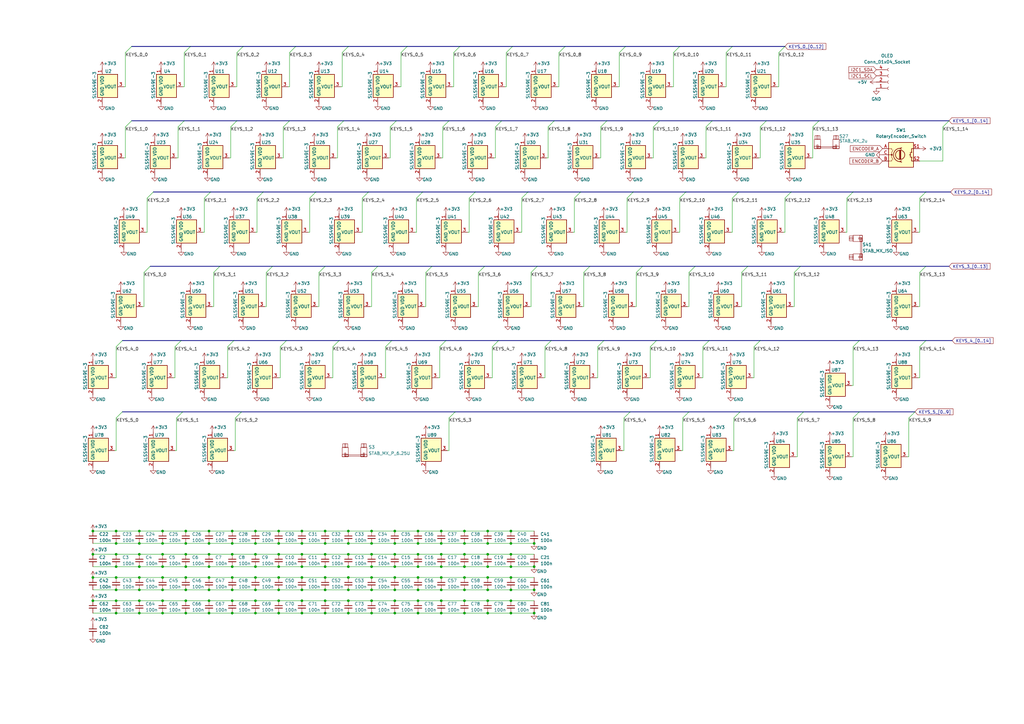
<source format=kicad_sch>
(kicad_sch (version 20230121) (generator eeschema)
  (paper "A3")
  (junction (at 114.3 251.46))
  (junction (at 47.625 232.41))
  (junction (at 57.15 246.38))
  (junction (at 142.875 232.41))
  (junction (at 180.975 232.41))
  (junction (at 123.825 241.935))
  (junction (at 180.975 217.805))
  (junction (at 85.725 246.38))
  (junction (at 180.975 227.33))
  (junction (at 171.45 217.805))
  (junction (at 152.4 241.935))
  (junction (at 38.1 217.805))
  (junction (at 171.45 232.41))
  (junction (at 38.1 236.855))
  (junction (at 47.625 246.38))
  (junction (at 47.625 222.885))
  (junction (at 66.675 246.38))
  (junction (at 123.825 246.38))
  (junction (at 66.675 222.885))
  (junction (at 200.025 241.935))
  (junction (at 85.725 222.885))
  (junction (at 85.725 232.41))
  (junction (at 171.45 246.38))
  (junction (at 200.025 236.855))
  (junction (at 209.55 222.885))
  (junction (at 161.925 246.38))
  (junction (at 180.975 251.46))
  (junction (at 104.775 222.885))
  (junction (at 95.25 217.805))
  (junction (at 66.675 241.935))
  (junction (at 114.3 232.41))
  (junction (at 133.35 232.41))
  (junction (at 123.825 217.805))
  (junction (at 76.2 241.935))
  (junction (at 76.2 227.33))
  (junction (at 209.55 217.805))
  (junction (at 104.775 251.46))
  (junction (at 142.875 236.855))
  (junction (at 190.5 222.885))
  (junction (at 133.35 251.46))
  (junction (at 95.25 246.38))
  (junction (at 142.875 217.805))
  (junction (at 152.4 227.33))
  (junction (at 190.5 232.41))
  (junction (at 190.5 236.855))
  (junction (at 76.2 251.46))
  (junction (at 123.825 236.855))
  (junction (at 219.075 251.46))
  (junction (at 152.4 246.38))
  (junction (at 57.15 227.33))
  (junction (at 209.55 227.33))
  (junction (at 95.25 236.855))
  (junction (at 180.975 236.855))
  (junction (at 114.3 241.935))
  (junction (at 161.925 251.46))
  (junction (at 66.675 227.33))
  (junction (at 114.3 236.855))
  (junction (at 171.45 241.935))
  (junction (at 171.45 251.46))
  (junction (at 57.15 232.41))
  (junction (at 114.3 217.805))
  (junction (at 152.4 251.46))
  (junction (at 57.15 236.855))
  (junction (at 133.35 241.935))
  (junction (at 104.775 236.855))
  (junction (at 142.875 222.885))
  (junction (at 85.725 217.805))
  (junction (at 200.025 232.41))
  (junction (at 57.15 241.935))
  (junction (at 190.5 217.805))
  (junction (at 133.35 246.38))
  (junction (at 142.875 251.46))
  (junction (at 200.025 246.38))
  (junction (at 200.025 217.805))
  (junction (at 133.35 222.885))
  (junction (at 171.45 236.855))
  (junction (at 142.875 227.33))
  (junction (at 161.925 227.33))
  (junction (at 123.825 227.33))
  (junction (at 180.975 241.935))
  (junction (at 104.775 241.935))
  (junction (at 219.075 222.885))
  (junction (at 38.1 246.38))
  (junction (at 57.15 222.885))
  (junction (at 161.925 222.885))
  (junction (at 171.45 227.33))
  (junction (at 142.875 246.38))
  (junction (at 95.25 222.885))
  (junction (at 95.25 227.33))
  (junction (at 76.2 236.855))
  (junction (at 95.25 232.41))
  (junction (at 95.25 241.935))
  (junction (at 133.35 217.805))
  (junction (at 152.4 232.41))
  (junction (at 66.675 236.855))
  (junction (at 123.825 232.41))
  (junction (at 190.5 227.33))
  (junction (at 95.25 251.46))
  (junction (at 200.025 227.33))
  (junction (at 219.075 232.41))
  (junction (at 123.825 251.46))
  (junction (at 76.2 232.41))
  (junction (at 180.975 246.38))
  (junction (at 76.2 246.38))
  (junction (at 85.725 251.46))
  (junction (at 66.675 217.805))
  (junction (at 57.15 251.46))
  (junction (at 104.775 246.38))
  (junction (at 209.55 246.38))
  (junction (at 200.025 251.46))
  (junction (at 190.5 246.38))
  (junction (at 200.025 222.885))
  (junction (at 180.975 222.885))
  (junction (at 66.675 251.46))
  (junction (at 161.925 232.41))
  (junction (at 133.35 236.855))
  (junction (at 85.725 236.855))
  (junction (at 104.775 217.805))
  (junction (at 161.925 241.935))
  (junction (at 104.775 227.33))
  (junction (at 114.3 246.38))
  (junction (at 38.1 227.33))
  (junction (at 66.675 232.41))
  (junction (at 219.075 241.935))
  (junction (at 114.3 227.33))
  (junction (at 47.625 241.935))
  (junction (at 123.825 222.885))
  (junction (at 152.4 217.805))
  (junction (at 57.15 217.805))
  (junction (at 104.775 232.41))
  (junction (at 47.625 251.46))
  (junction (at 190.5 241.935))
  (junction (at 76.2 217.805))
  (junction (at 209.55 232.41))
  (junction (at 76.2 222.885))
  (junction (at 209.55 241.935))
  (junction (at 133.35 227.33))
  (junction (at 161.925 236.855))
  (junction (at 152.4 236.855))
  (junction (at 85.725 227.33))
  (junction (at 142.875 241.935))
  (junction (at 209.55 236.855))
  (junction (at 190.5 251.46))
  (junction (at 209.55 251.46))
  (junction (at 161.925 217.805))
  (junction (at 85.725 241.935))
  (junction (at 152.4 222.885))
  (junction (at 171.45 222.885))
  (junction (at 114.3 222.885))
  (junction (at 47.625 236.855))
  (junction (at 47.625 217.805))
  (junction (at 47.625 227.33))
  (bus_entry (at 75.565 21.59) (size 2.54 -2.54))
  (bus_entry (at 60.325 81.28) (size 2.54 -2.54))
  (bus_entry (at 223.52 142.24) (size 2.54 -2.54))
  (bus_entry (at 377.19 111.76) (size 2.54 -2.54))
  (bus_entry (at 207.645 21.59) (size 2.54 -2.54))
  (bus_entry (at 257.175 81.28) (size 2.54 -2.54))
  (bus_entry (at 109.22 111.76) (size 2.54 -2.54))
  (bus_entry (at 130.81 111.76) (size 2.54 -2.54))
  (bus_entry (at 73.025 52.07) (size 2.54 -2.54))
  (bus_entry (at 386.715 52.07) (size 2.54 -2.54))
  (bus_entry (at 87.63 111.76) (size 2.54 -2.54))
  (bus_entry (at 96.52 171.45) (size 2.54 -2.54))
  (bus_entry (at 266.7 142.24) (size 2.54 -2.54))
  (bus_entry (at 116.205 52.07) (size 2.54 -2.54))
  (bus_entry (at 349.885 142.24) (size 2.54 -2.54))
  (bus_entry (at 276.225 21.59) (size 2.54 -2.54))
  (bus_entry (at 180.34 142.24) (size 2.54 -2.54))
  (bus_entry (at 51.435 52.07) (size 2.54 -2.54))
  (bus_entry (at 213.995 81.28) (size 2.54 -2.54))
  (bus_entry (at 136.525 142.24) (size 2.54 -2.54))
  (bus_entry (at 50.165 139.7) (size -2.54 2.54))
  (bus_entry (at 267.97 52.07) (size 2.54 -2.54))
  (bus_entry (at 83.82 81.28) (size 2.54 -2.54))
  (bus_entry (at 94.615 52.07) (size 2.54 -2.54))
  (bus_entry (at 114.935 142.24) (size 2.54 -2.54))
  (bus_entry (at 224.79 52.07) (size 2.54 -2.54))
  (bus_entry (at 319.405 21.59) (size 2.54 -2.54))
  (bus_entry (at 300.99 171.45) (size 2.54 -2.54))
  (bus_entry (at 97.155 21.59) (size 2.54 -2.54))
  (bus_entry (at 59.055 111.76) (size 2.54 -2.54))
  (bus_entry (at 201.93 142.24) (size 2.54 -2.54))
  (bus_entry (at 347.345 81.28) (size 2.54 -2.54))
  (bus_entry (at 288.29 142.24) (size 2.54 -2.54))
  (bus_entry (at 297.815 21.59) (size 2.54 -2.54))
  (bus_entry (at 280.035 171.45) (size 2.54 -2.54))
  (bus_entry (at 245.11 142.24) (size 2.54 -2.54))
  (bus_entry (at 377.19 142.24) (size 2.54 -2.54))
  (bus_entry (at 152.4 111.76) (size 2.54 -2.54))
  (bus_entry (at 333.375 52.07) (size 2.54 -2.54))
  (bus_entry (at 309.245 142.24) (size 2.54 -2.54))
  (bus_entry (at 311.785 52.07) (size 2.54 -2.54))
  (bus_entry (at 181.61 52.07) (size 2.54 -2.54))
  (bus_entry (at 235.585 81.28) (size 2.54 -2.54))
  (bus_entry (at 349.885 171.45) (size 2.54 -2.54))
  (bus_entry (at 304.165 111.76) (size 2.54 -2.54))
  (bus_entry (at 148.59 81.28) (size 2.54 -2.54))
  (bus_entry (at 164.465 21.59) (size 2.54 -2.54))
  (bus_entry (at 300.355 81.28) (size 2.54 -2.54))
  (bus_entry (at 184.15 171.45) (size 2.54 -2.54))
  (bus_entry (at 327.025 171.45) (size 2.54 -2.54))
  (bus_entry (at 127 81.28) (size 2.54 -2.54))
  (bus_entry (at 140.335 21.59) (size 2.54 -2.54))
  (bus_entry (at 47.625 171.45) (size 2.54 -2.54))
  (bus_entry (at 72.39 171.45) (size 2.54 -2.54))
  (bus_entry (at 321.945 81.28) (size 2.54 -2.54))
  (bus_entry (at 192.405 81.28) (size 2.54 -2.54))
  (bus_entry (at 377.19 81.28) (size 2.54 -2.54))
  (bus_entry (at 186.055 21.59) (size 2.54 -2.54))
  (bus_entry (at 196.215 111.76) (size 2.54 -2.54))
  (bus_entry (at 51.435 21.59) (size 2.54 -2.54))
  (bus_entry (at 138.43 52.07) (size 2.54 -2.54))
  (bus_entry (at 239.395 111.76) (size 2.54 -2.54))
  (bus_entry (at 229.235 21.59) (size 2.54 -2.54))
  (bus_entry (at 278.765 81.28) (size 2.54 -2.54))
  (bus_entry (at 93.345 142.24) (size 2.54 -2.54))
  (bus_entry (at 282.575 111.76) (size 2.54 -2.54))
  (bus_entry (at 217.805 111.76) (size 2.54 -2.54))
  (bus_entry (at 160.02 52.07) (size 2.54 -2.54))
  (bus_entry (at 325.755 111.76) (size 2.54 -2.54))
  (bus_entry (at 254 21.59) (size 2.54 -2.54))
  (bus_entry (at 105.41 81.28) (size 2.54 -2.54))
  (bus_entry (at 260.985 111.76) (size 2.54 -2.54))
  (bus_entry (at 372.745 171.45) (size 2.54 -2.54))
  (bus_entry (at 71.755 142.24) (size 2.54 -2.54))
  (bus_entry (at 203.2 52.07) (size 2.54 -2.54))
  (bus_entry (at 289.56 52.07) (size 2.54 -2.54))
  (bus_entry (at 158.115 142.24) (size 2.54 -2.54))
  (bus_entry (at 118.745 21.59) (size 2.54 -2.54))
  (bus_entry (at 246.38 52.07) (size 2.54 -2.54))
  (bus_entry (at 174.625 111.76) (size 2.54 -2.54))
  (bus_entry (at 170.815 81.28) (size 2.54 -2.54))
  (bus_entry (at 255.905 171.45) (size 2.54 -2.54))
  (wire (pts (xy 109.22 125.73) (xy 109.22 111.76)))
  (wire (pts (xy 38.1 241.935) (xy 47.625 241.935)))
  (wire (pts (xy 229.235 21.59) (xy 229.235 35.56)))
  (bus (pts (xy 133.35 109.22) (xy 154.94 109.22)))
  (wire (pts (xy 200.025 251.46) (xy 209.55 251.46)))
  (wire (pts (xy 142.875 241.935) (xy 152.4 241.935)))
  (bus (pts (xy 226.06 139.7) (xy 247.65 139.7)))
  (wire (pts (xy 190.5 236.855) (xy 200.025 236.855)))
  (wire (pts (xy 51.435 64.77) (xy 51.435 52.07)))
  (wire (pts (xy 349.25 158.115) (xy 349.885 158.115)))
  (wire (pts (xy 326.39 187.325) (xy 327.025 187.325)))
  (wire (pts (xy 76.2 227.33) (xy 85.725 227.33)))
  (bus (pts (xy 194.945 78.74) (xy 216.535 78.74)))
  (wire (pts (xy 114.3 154.94) (xy 114.935 154.94)))
  (wire (pts (xy 38.1 236.855) (xy 47.625 236.855)))
  (wire (pts (xy 66.675 241.935) (xy 76.2 241.935)))
  (wire (pts (xy 223.52 154.94) (xy 223.52 142.24)))
  (bus (pts (xy 329.565 168.91) (xy 303.53 168.91)))
  (wire (pts (xy 224.155 64.77) (xy 224.79 64.77)))
  (bus (pts (xy 303.53 168.91) (xy 282.575 168.91)))
  (wire (pts (xy 209.55 246.38) (xy 219.075 246.38)))
  (wire (pts (xy 201.93 154.94) (xy 201.93 142.24)))
  (wire (pts (xy 47.625 142.24) (xy 47.625 154.94)))
  (wire (pts (xy 234.95 95.25) (xy 235.585 95.25)))
  (wire (pts (xy 152.4 246.38) (xy 161.925 246.38)))
  (wire (pts (xy 96.52 184.785) (xy 96.52 171.45)))
  (bus (pts (xy 324.485 78.74) (xy 349.885 78.74)))
  (wire (pts (xy 180.975 251.46) (xy 190.5 251.46)))
  (wire (pts (xy 57.15 227.33) (xy 66.675 227.33)))
  (wire (pts (xy 280.035 184.785) (xy 280.035 171.45)))
  (bus (pts (xy 248.92 49.53) (xy 270.51 49.53)))
  (wire (pts (xy 180.975 236.855) (xy 190.5 236.855)))
  (wire (pts (xy 105.41 81.28) (xy 105.41 95.25)))
  (wire (pts (xy 171.45 227.33) (xy 180.975 227.33)))
  (wire (pts (xy 158.115 154.94) (xy 158.115 142.24)))
  (bus (pts (xy 121.285 19.05) (xy 142.875 19.05)))
  (wire (pts (xy 209.55 222.885) (xy 219.075 222.885)))
  (wire (pts (xy 142.875 217.805) (xy 152.4 217.805)))
  (wire (pts (xy 180.975 64.77) (xy 181.61 64.77)))
  (wire (pts (xy 115.57 64.77) (xy 116.205 64.77)))
  (wire (pts (xy 228.6 35.56) (xy 229.235 35.56)))
  (bus (pts (xy 278.765 19.05) (xy 300.355 19.05)))
  (wire (pts (xy 224.79 64.77) (xy 224.79 52.07)))
  (wire (pts (xy 152.4 111.76) (xy 152.4 125.73)))
  (wire (pts (xy 246.38 52.07) (xy 246.38 64.77)))
  (wire (pts (xy 190.5 217.805) (xy 200.025 217.805)))
  (wire (pts (xy 85.725 241.935) (xy 95.25 241.935)))
  (wire (pts (xy 161.925 236.855) (xy 171.45 236.855)))
  (wire (pts (xy 267.335 64.77) (xy 267.97 64.77)))
  (wire (pts (xy 76.2 251.46) (xy 85.725 251.46)))
  (wire (pts (xy 147.955 95.25) (xy 148.59 95.25)))
  (wire (pts (xy 180.975 217.805) (xy 190.5 217.805)))
  (wire (pts (xy 213.995 95.25) (xy 213.995 81.28)))
  (bus (pts (xy 86.36 78.74) (xy 107.95 78.74)))
  (wire (pts (xy 114.3 236.855) (xy 123.825 236.855)))
  (wire (pts (xy 195.58 125.73) (xy 196.215 125.73)))
  (bus (pts (xy 177.165 109.22) (xy 198.755 109.22)))
  (wire (pts (xy 114.3 217.805) (xy 123.825 217.805)))
  (wire (pts (xy 200.025 236.855) (xy 209.55 236.855)))
  (wire (pts (xy 161.925 241.935) (xy 171.45 241.935)))
  (wire (pts (xy 171.45 217.805) (xy 180.975 217.805)))
  (wire (pts (xy 85.725 246.38) (xy 95.25 246.38)))
  (wire (pts (xy 104.775 227.33) (xy 114.3 227.33)))
  (wire (pts (xy 85.725 222.885) (xy 95.25 222.885)))
  (bus (pts (xy 231.775 19.05) (xy 256.54 19.05)))
  (bus (pts (xy 281.305 78.74) (xy 302.895 78.74)))
  (bus (pts (xy 111.76 109.22) (xy 133.35 109.22)))
  (wire (pts (xy 173.99 125.73) (xy 174.625 125.73)))
  (wire (pts (xy 376.555 125.73) (xy 377.19 125.73)))
  (wire (pts (xy 376.555 95.25) (xy 377.19 95.25)))
  (bus (pts (xy 263.525 109.22) (xy 285.115 109.22)))
  (wire (pts (xy 46.99 154.94) (xy 47.625 154.94)))
  (wire (pts (xy 72.39 64.77) (xy 73.025 64.77)))
  (wire (pts (xy 222.885 154.94) (xy 223.52 154.94)))
  (wire (pts (xy 321.945 95.25) (xy 321.945 81.28)))
  (wire (pts (xy 57.15 251.46) (xy 66.675 251.46)))
  (wire (pts (xy 47.625 241.935) (xy 57.15 241.935)))
  (wire (pts (xy 180.34 154.94) (xy 180.34 142.24)))
  (wire (pts (xy 203.2 64.77) (xy 203.2 52.07)))
  (wire (pts (xy 95.885 184.785) (xy 96.52 184.785)))
  (bus (pts (xy 53.975 49.53) (xy 75.565 49.53)))
  (wire (pts (xy 190.5 241.935) (xy 200.025 241.935)))
  (wire (pts (xy 86.995 125.73) (xy 87.63 125.73)))
  (wire (pts (xy 275.59 35.56) (xy 276.225 35.56)))
  (wire (pts (xy 170.815 95.25) (xy 170.815 81.28)))
  (wire (pts (xy 73.025 64.77) (xy 73.025 52.07)))
  (wire (pts (xy 190.5 222.885) (xy 200.025 222.885)))
  (wire (pts (xy 47.625 246.38) (xy 57.15 246.38)))
  (wire (pts (xy 209.55 217.805) (xy 219.075 217.805)))
  (wire (pts (xy 311.785 52.07) (xy 311.785 64.77)))
  (wire (pts (xy 282.575 111.76) (xy 282.575 125.73)))
  (wire (pts (xy 200.025 222.885) (xy 209.55 222.885)))
  (bus (pts (xy 90.17 109.22) (xy 111.76 109.22)))
  (wire (pts (xy 123.825 241.935) (xy 133.35 241.935)))
  (wire (pts (xy 76.2 236.855) (xy 85.725 236.855)))
  (bus (pts (xy 62.865 78.74) (xy 86.36 78.74)))
  (wire (pts (xy 180.975 241.935) (xy 190.5 241.935)))
  (wire (pts (xy 347.345 95.25) (xy 347.345 81.28)))
  (wire (pts (xy 180.975 232.41) (xy 190.5 232.41)))
  (bus (pts (xy 256.54 19.05) (xy 278.765 19.05)))
  (wire (pts (xy 85.725 232.41) (xy 95.25 232.41)))
  (wire (pts (xy 171.45 236.855) (xy 180.975 236.855)))
  (wire (pts (xy 85.725 217.805) (xy 95.25 217.805)))
  (wire (pts (xy 245.745 64.77) (xy 246.38 64.77)))
  (bus (pts (xy 75.565 49.53) (xy 97.155 49.53)))
  (wire (pts (xy 104.775 222.885) (xy 114.3 222.885)))
  (wire (pts (xy 253.365 35.56) (xy 254 35.56)))
  (bus (pts (xy 74.93 168.91) (xy 50.165 168.91)))
  (bus (pts (xy 300.355 19.05) (xy 321.945 19.05)))
  (wire (pts (xy 159.385 64.77) (xy 160.02 64.77)))
  (wire (pts (xy 97.155 21.59) (xy 97.155 35.56)))
  (wire (pts (xy 184.15 184.785) (xy 184.15 171.45)))
  (wire (pts (xy 190.5 246.38) (xy 200.025 246.38)))
  (wire (pts (xy 133.35 227.33) (xy 142.875 227.33)))
  (wire (pts (xy 297.18 35.56) (xy 297.815 35.56)))
  (wire (pts (xy 123.825 251.46) (xy 133.35 251.46)))
  (wire (pts (xy 104.775 236.855) (xy 114.3 236.855)))
  (wire (pts (xy 127 95.25) (xy 127 81.28)))
  (wire (pts (xy 47.625 222.885) (xy 57.15 222.885)))
  (bus (pts (xy 216.535 78.74) (xy 238.125 78.74)))
  (wire (pts (xy 76.2 246.38) (xy 85.725 246.38)))
  (wire (pts (xy 74.93 35.56) (xy 75.565 35.56)))
  (wire (pts (xy 190.5 232.41) (xy 200.025 232.41)))
  (wire (pts (xy 66.675 246.38) (xy 76.2 246.38)))
  (wire (pts (xy 349.885 158.115) (xy 349.885 142.24)))
  (wire (pts (xy 349.885 171.45) (xy 349.885 187.325)))
  (wire (pts (xy 213.36 95.25) (xy 213.995 95.25)))
  (wire (pts (xy 85.725 227.33) (xy 95.25 227.33)))
  (wire (pts (xy 276.225 21.59) (xy 276.225 35.56)))
  (wire (pts (xy 114.3 241.935) (xy 123.825 241.935)))
  (wire (pts (xy 104.775 246.38) (xy 114.3 246.38)))
  (wire (pts (xy 85.725 236.855) (xy 95.25 236.855)))
  (wire (pts (xy 133.35 236.855) (xy 142.875 236.855)))
  (wire (pts (xy 57.15 241.935) (xy 66.675 241.935)))
  (wire (pts (xy 209.55 236.855) (xy 219.075 236.855)))
  (bus (pts (xy 160.655 139.7) (xy 182.88 139.7)))
  (wire (pts (xy 183.515 184.785) (xy 184.15 184.785)))
  (wire (pts (xy 185.42 35.56) (xy 186.055 35.56)))
  (wire (pts (xy 171.45 241.935) (xy 180.975 241.935)))
  (bus (pts (xy 290.83 139.7) (xy 311.785 139.7)))
  (wire (pts (xy 180.975 246.38) (xy 190.5 246.38)))
  (wire (pts (xy 186.055 21.59) (xy 186.055 35.56)))
  (wire (pts (xy 114.935 154.94) (xy 114.935 142.24)))
  (wire (pts (xy 47.625 227.33) (xy 57.15 227.33)))
  (wire (pts (xy 209.55 232.41) (xy 219.075 232.41)))
  (wire (pts (xy 209.55 227.33) (xy 219.075 227.33)))
  (wire (pts (xy 38.1 232.41) (xy 47.625 232.41)))
  (wire (pts (xy 200.025 246.38) (xy 209.55 246.38)))
  (wire (pts (xy 299.72 95.25) (xy 300.355 95.25)))
  (bus (pts (xy 162.56 49.53) (xy 184.15 49.53)))
  (bus (pts (xy 349.885 78.74) (xy 379.73 78.74)))
  (wire (pts (xy 279.4 184.785) (xy 280.035 184.785)))
  (wire (pts (xy 148.59 81.28) (xy 148.59 95.25)))
  (wire (pts (xy 93.345 154.94) (xy 93.345 142.24)))
  (wire (pts (xy 327.025 171.45) (xy 327.025 187.325)))
  (bus (pts (xy 99.695 19.05) (xy 121.285 19.05)))
  (wire (pts (xy 50.8 35.56) (xy 51.435 35.56)))
  (wire (pts (xy 235.585 95.25) (xy 235.585 81.28)))
  (wire (pts (xy 151.765 125.73) (xy 152.4 125.73)))
  (bus (pts (xy 117.475 139.7) (xy 139.065 139.7)))
  (bus (pts (xy 74.295 139.7) (xy 95.885 139.7)))
  (wire (pts (xy 288.925 64.77) (xy 289.56 64.77)))
  (wire (pts (xy 142.875 236.855) (xy 152.4 236.855)))
  (wire (pts (xy 114.3 222.885) (xy 123.825 222.885)))
  (wire (pts (xy 164.465 21.59) (xy 164.465 35.56)))
  (wire (pts (xy 38.1 217.805) (xy 47.625 217.805)))
  (wire (pts (xy 133.35 232.41) (xy 142.875 232.41)))
  (bus (pts (xy 184.15 49.53) (xy 205.74 49.53)))
  (wire (pts (xy 72.39 184.785) (xy 72.39 171.45)))
  (wire (pts (xy 180.975 227.33) (xy 190.5 227.33)))
  (wire (pts (xy 57.15 246.38) (xy 66.675 246.38)))
  (wire (pts (xy 200.025 241.935) (xy 209.55 241.935)))
  (bus (pts (xy 220.345 109.22) (xy 241.935 109.22)))
  (bus (pts (xy 95.885 139.7) (xy 117.475 139.7)))
  (bus (pts (xy 302.895 78.74) (xy 324.485 78.74)))
  (wire (pts (xy 135.89 154.94) (xy 136.525 154.94)))
  (bus (pts (xy 154.94 109.22) (xy 177.165 109.22)))
  (bus (pts (xy 258.445 168.91) (xy 186.69 168.91)))
  (wire (pts (xy 278.765 95.25) (xy 278.765 81.28)))
  (wire (pts (xy 192.405 95.25) (xy 192.405 81.28)))
  (wire (pts (xy 142.875 246.38) (xy 152.4 246.38)))
  (wire (pts (xy 38.1 251.46) (xy 47.625 251.46)))
  (wire (pts (xy 332.74 64.77) (xy 333.375 64.77)))
  (wire (pts (xy 123.825 217.805) (xy 133.35 217.805)))
  (wire (pts (xy 47.625 232.41) (xy 57.15 232.41)))
  (wire (pts (xy 104.775 241.935) (xy 114.3 241.935)))
  (wire (pts (xy 170.18 95.25) (xy 170.815 95.25)))
  (wire (pts (xy 38.1 227.33) (xy 47.625 227.33)))
  (wire (pts (xy 303.53 125.73) (xy 304.165 125.73)))
  (wire (pts (xy 190.5 227.33) (xy 200.025 227.33)))
  (wire (pts (xy 139.7 35.56) (xy 140.335 35.56)))
  (wire (pts (xy 142.875 222.885) (xy 152.4 222.885)))
  (wire (pts (xy 200.025 232.41) (xy 209.55 232.41)))
  (wire (pts (xy 255.27 184.785) (xy 255.905 184.785)))
  (bus (pts (xy 375.285 168.91) (xy 352.425 168.91)))
  (wire (pts (xy 217.805 111.76) (xy 217.805 125.73)))
  (wire (pts (xy 93.98 64.77) (xy 94.615 64.77)))
  (wire (pts (xy 372.745 187.325) (xy 372.745 171.45)))
  (bus (pts (xy 227.33 49.53) (xy 248.92 49.53)))
  (wire (pts (xy 196.215 125.73) (xy 196.215 111.76)))
  (wire (pts (xy 207.01 35.56) (xy 207.645 35.56)))
  (wire (pts (xy 136.525 154.94) (xy 136.525 142.24)))
  (bus (pts (xy 282.575 168.91) (xy 258.445 168.91)))
  (wire (pts (xy 152.4 227.33) (xy 161.925 227.33)))
  (wire (pts (xy 104.775 95.25) (xy 105.41 95.25)))
  (wire (pts (xy 114.3 246.38) (xy 123.825 246.38)))
  (wire (pts (xy 95.25 227.33) (xy 104.775 227.33)))
  (wire (pts (xy 57.15 217.805) (xy 66.675 217.805)))
  (bus (pts (xy 78.105 19.05) (xy 99.695 19.05)))
  (wire (pts (xy 152.4 241.935) (xy 161.925 241.935)))
  (wire (pts (xy 190.5 251.46) (xy 200.025 251.46)))
  (wire (pts (xy 104.775 251.46) (xy 114.3 251.46)))
  (bus (pts (xy 186.69 168.91) (xy 99.06 168.91)))
  (wire (pts (xy 57.15 236.855) (xy 66.675 236.855)))
  (wire (pts (xy 51.435 21.59) (xy 51.435 35.56)))
  (wire (pts (xy 114.3 232.41) (xy 123.825 232.41)))
  (bus (pts (xy 238.125 78.74) (xy 259.715 78.74)))
  (wire (pts (xy 266.065 154.94) (xy 266.7 154.94)))
  (wire (pts (xy 76.2 217.805) (xy 85.725 217.805)))
  (bus (pts (xy 129.54 78.74) (xy 151.13 78.74)))
  (wire (pts (xy 161.925 246.38) (xy 171.45 246.38)))
  (wire (pts (xy 255.905 184.785) (xy 255.905 171.45)))
  (wire (pts (xy 386.715 66.04) (xy 386.715 52.07)))
  (wire (pts (xy 130.175 125.73) (xy 130.81 125.73)))
  (bus (pts (xy 139.065 139.7) (xy 160.655 139.7)))
  (wire (pts (xy 123.825 227.33) (xy 133.35 227.33)))
  (wire (pts (xy 278.13 95.25) (xy 278.765 95.25)))
  (wire (pts (xy 142.875 251.46) (xy 152.4 251.46)))
  (wire (pts (xy 76.2 241.935) (xy 85.725 241.935)))
  (bus (pts (xy 151.13 78.74) (xy 173.355 78.74)))
  (wire (pts (xy 377.19 111.76) (xy 377.19 125.73)))
  (wire (pts (xy 76.2 232.41) (xy 85.725 232.41)))
  (wire (pts (xy 47.625 251.46) (xy 57.15 251.46)))
  (wire (pts (xy 171.45 222.885) (xy 180.975 222.885)))
  (bus (pts (xy 210.185 19.05) (xy 231.775 19.05)))
  (wire (pts (xy 174.625 125.73) (xy 174.625 111.76)))
  (wire (pts (xy 239.395 111.76) (xy 239.395 125.73)))
  (wire (pts (xy 104.775 217.805) (xy 114.3 217.805)))
  (wire (pts (xy 266.7 154.94) (xy 266.7 142.24)))
  (wire (pts (xy 123.825 232.41) (xy 133.35 232.41)))
  (wire (pts (xy 133.35 217.805) (xy 142.875 217.805)))
  (bus (pts (xy 142.875 19.05) (xy 167.005 19.05)))
  (wire (pts (xy 114.3 227.33) (xy 123.825 227.33)))
  (bus (pts (xy 379.73 139.7) (xy 390.525 139.7)))
  (bus (pts (xy 352.425 139.7) (xy 379.73 139.7)))
  (bus (pts (xy 173.355 78.74) (xy 194.945 78.74)))
  (wire (pts (xy 311.15 64.77) (xy 311.785 64.77)))
  (wire (pts (xy 38.1 222.885) (xy 47.625 222.885)))
  (wire (pts (xy 47.625 236.855) (xy 57.15 236.855)))
  (wire (pts (xy 76.2 222.885) (xy 85.725 222.885)))
  (bus (pts (xy 379.73 109.22) (xy 389.255 109.22)))
  (wire (pts (xy 256.54 95.25) (xy 257.175 95.25)))
  (wire (pts (xy 171.45 251.46) (xy 180.975 251.46)))
  (wire (pts (xy 140.335 21.59) (xy 140.335 35.56)))
  (bus (pts (xy 352.425 168.91) (xy 329.565 168.91)))
  (wire (pts (xy 95.25 232.41) (xy 104.775 232.41)))
  (wire (pts (xy 200.025 227.33) (xy 209.55 227.33)))
  (bus (pts (xy 311.785 139.7) (xy 352.425 139.7)))
  (wire (pts (xy 95.25 217.805) (xy 104.775 217.805)))
  (wire (pts (xy 304.165 125.73) (xy 304.165 111.76)))
  (wire (pts (xy 83.185 95.25) (xy 83.82 95.25)))
  (wire (pts (xy 92.71 154.94) (xy 93.345 154.94)))
  (wire (pts (xy 66.675 217.805) (xy 76.2 217.805)))
  (bus (pts (xy 285.115 109.22) (xy 306.705 109.22)))
  (wire (pts (xy 281.94 125.73) (xy 282.575 125.73)))
  (bus (pts (xy 188.595 19.05) (xy 210.185 19.05)))
  (wire (pts (xy 238.76 125.73) (xy 239.395 125.73)))
  (bus (pts (xy 61.595 109.22) (xy 90.17 109.22)))
  (wire (pts (xy 66.675 236.855) (xy 76.2 236.855)))
  (bus (pts (xy 167.005 19.05) (xy 188.595 19.05)))
  (bus (pts (xy 140.97 49.53) (xy 162.56 49.53)))
  (wire (pts (xy 171.45 232.41) (xy 180.975 232.41)))
  (wire (pts (xy 142.875 232.41) (xy 152.4 232.41)))
  (bus (pts (xy 182.88 139.7) (xy 204.47 139.7)))
  (wire (pts (xy 133.35 222.885) (xy 142.875 222.885)))
  (bus (pts (xy 205.74 49.53) (xy 227.33 49.53)))
  (wire (pts (xy 161.925 227.33) (xy 171.45 227.33)))
  (wire (pts (xy 300.355 95.25) (xy 300.355 81.28)))
  (wire (pts (xy 180.975 222.885) (xy 190.5 222.885)))
  (wire (pts (xy 319.405 21.59) (xy 319.405 35.56)))
  (wire (pts (xy 96.52 35.56) (xy 97.155 35.56)))
  (wire (pts (xy 161.925 217.805) (xy 171.45 217.805)))
  (wire (pts (xy 59.055 111.76) (xy 59.055 125.73)))
  (wire (pts (xy 118.11 35.56) (xy 118.745 35.56)))
  (bus (pts (xy 259.715 78.74) (xy 281.305 78.74)))
  (wire (pts (xy 309.245 154.94) (xy 309.245 142.24)))
  (wire (pts (xy 60.325 81.28) (xy 60.325 95.25)))
  (wire (pts (xy 47.625 217.805) (xy 57.15 217.805)))
  (wire (pts (xy 114.3 251.46) (xy 123.825 251.46)))
  (wire (pts (xy 57.15 222.885) (xy 66.675 222.885)))
  (wire (pts (xy 209.55 251.46) (xy 219.075 251.46)))
  (bus (pts (xy 314.325 49.53) (xy 335.915 49.53)))
  (wire (pts (xy 300.355 184.785) (xy 300.99 184.785)))
  (bus (pts (xy 107.95 78.74) (xy 129.54 78.74)))
  (wire (pts (xy 200.025 217.805) (xy 209.55 217.805)))
  (bus (pts (xy 335.915 49.53) (xy 389.255 49.53)))
  (bus (pts (xy 97.155 49.53) (xy 118.745 49.53)))
  (bus (pts (xy 328.295 109.22) (xy 379.73 109.22)))
  (wire (pts (xy 288.29 142.24) (xy 288.29 154.94)))
  (wire (pts (xy 94.615 52.07) (xy 94.615 64.77)))
  (wire (pts (xy 95.25 222.885) (xy 104.775 222.885)))
  (wire (pts (xy 152.4 236.855) (xy 161.925 236.855)))
  (wire (pts (xy 137.795 64.77) (xy 138.43 64.77)))
  (wire (pts (xy 118.745 21.59) (xy 118.745 35.56)))
  (wire (pts (xy 38.1 246.38) (xy 47.625 246.38)))
  (wire (pts (xy 95.25 246.38) (xy 104.775 246.38)))
  (wire (pts (xy 201.295 154.94) (xy 201.93 154.94)))
  (wire (pts (xy 126.365 95.25) (xy 127 95.25)))
  (bus (pts (xy 241.935 109.22) (xy 263.525 109.22)))
  (wire (pts (xy 308.61 154.94) (xy 309.245 154.94)))
  (wire (pts (xy 66.675 222.885) (xy 76.2 222.885)))
  (wire (pts (xy 95.25 241.935) (xy 104.775 241.935)))
  (wire (pts (xy 161.925 251.46) (xy 171.45 251.46)))
  (wire (pts (xy 260.985 125.73) (xy 260.985 111.76)))
  (wire (pts (xy 179.705 154.94) (xy 180.34 154.94)))
  (wire (pts (xy 71.755 154.94) (xy 71.755 142.24)))
  (wire (pts (xy 202.565 64.77) (xy 203.2 64.77)))
  (bus (pts (xy 247.65 139.7) (xy 269.24 139.7)))
  (bus (pts (xy 204.47 139.7) (xy 226.06 139.7)))
  (wire (pts (xy 207.645 21.59) (xy 207.645 35.56)))
  (wire (pts (xy 130.81 111.76) (xy 130.81 125.73)))
  (wire (pts (xy 321.31 95.25) (xy 321.945 95.25)))
  (wire (pts (xy 108.585 125.73) (xy 109.22 125.73)))
  (wire (pts (xy 191.77 95.25) (xy 192.405 95.25)))
  (wire (pts (xy 152.4 217.805) (xy 161.925 217.805)))
  (wire (pts (xy 95.25 251.46) (xy 104.775 251.46)))
  (wire (pts (xy 377.19 66.04) (xy 386.715 66.04)))
  (wire (pts (xy 245.11 142.24) (xy 245.11 154.94)))
  (bus (pts (xy 270.51 49.53) (xy 292.1 49.53)))
  (wire (pts (xy 377.19 81.28) (xy 377.19 95.25)))
  (bus (pts (xy 269.24 139.7) (xy 290.83 139.7)))
  (wire (pts (xy 260.35 125.73) (xy 260.985 125.73)))
  (wire (pts (xy 333.375 52.07) (xy 333.375 64.77)))
  (bus (pts (xy 118.745 49.53) (xy 140.97 49.53)))
  (bus (pts (xy 379.73 78.74) (xy 389.89 78.74)))
  (wire (pts (xy 325.12 125.73) (xy 325.755 125.73)))
  (bus (pts (xy 53.975 19.05) (xy 78.105 19.05)))
  (wire (pts (xy 372.11 187.325) (xy 372.745 187.325)))
  (wire (pts (xy 75.565 21.59) (xy 75.565 35.56)))
  (wire (pts (xy 133.35 241.935) (xy 142.875 241.935)))
  (wire (pts (xy 83.82 95.25) (xy 83.82 81.28)))
  (wire (pts (xy 163.83 35.56) (xy 164.465 35.56)))
  (wire (pts (xy 95.25 236.855) (xy 104.775 236.855)))
  (wire (pts (xy 217.17 125.73) (xy 217.805 125.73)))
  (wire (pts (xy 346.71 95.25) (xy 347.345 95.25)))
  (wire (pts (xy 152.4 232.41) (xy 161.925 232.41)))
  (wire (pts (xy 289.56 52.07) (xy 289.56 64.77)))
  (wire (pts (xy 116.205 64.77) (xy 116.205 52.07)))
  (wire (pts (xy 66.675 227.33) (xy 76.2 227.33)))
  (wire (pts (xy 59.69 95.25) (xy 60.325 95.25)))
  (wire (pts (xy 152.4 222.885) (xy 161.925 222.885)))
  (wire (pts (xy 257.175 95.25) (xy 257.175 81.28)))
  (wire (pts (xy 123.825 222.885) (xy 133.35 222.885)))
  (wire (pts (xy 267.97 52.07) (xy 267.97 64.77)))
  (wire (pts (xy 138.43 64.77) (xy 138.43 52.07)))
  (bus (pts (xy 99.06 168.91) (xy 74.93 168.91)))
  (wire (pts (xy 123.825 246.38) (xy 133.35 246.38)))
  (wire (pts (xy 157.48 154.94) (xy 158.115 154.94)))
  (wire (pts (xy 47.625 184.785) (xy 47.625 171.45)))
  (wire (pts (xy 71.755 184.785) (xy 72.39 184.785)))
  (wire (pts (xy 171.45 246.38) (xy 180.975 246.38)))
  (bus (pts (xy 198.755 109.22) (xy 220.345 109.22)))
  (wire (pts (xy 66.675 251.46) (xy 76.2 251.46)))
  (wire (pts (xy 66.675 232.41) (xy 76.2 232.41)))
  (wire (pts (xy 254 21.59) (xy 254 35.56)))
  (wire (pts (xy 133.35 251.46) (xy 142.875 251.46)))
  (wire (pts (xy 123.825 236.855) (xy 133.35 236.855)))
  (wire (pts (xy 297.815 21.59) (xy 297.815 35.56)))
  (wire (pts (xy 318.77 35.56) (xy 319.405 35.56)))
  (wire (pts (xy 376.555 154.94) (xy 377.19 154.94)))
  (bus (pts (xy 306.705 109.22) (xy 328.295 109.22)))
  (wire (pts (xy 87.63 125.73) (xy 87.63 111.76)))
  (wire (pts (xy 349.25 187.325) (xy 349.885 187.325)))
  (wire (pts (xy 287.655 154.94) (xy 288.29 154.94)))
  (wire (pts (xy 181.61 64.77) (xy 181.61 52.07)))
  (wire (pts (xy 133.35 246.38) (xy 142.875 246.38)))
  (wire (pts (xy 104.775 232.41) (xy 114.3 232.41)))
  (wire (pts (xy 71.12 154.94) (xy 71.755 154.94)))
  (wire (pts (xy 152.4 251.46) (xy 161.925 251.46)))
  (wire (pts (xy 142.875 227.33) (xy 152.4 227.33)))
  (wire (pts (xy 161.925 232.41) (xy 171.45 232.41)))
  (wire (pts (xy 325.755 125.73) (xy 325.755 111.76)))
  (wire (pts (xy 85.725 251.46) (xy 95.25 251.46)))
  (bus (pts (xy 50.165 139.7) (xy 74.295 139.7)))
  (wire (pts (xy 46.99 184.785) (xy 47.625 184.785)))
  (wire (pts (xy 57.15 232.41) (xy 66.675 232.41)))
  (wire (pts (xy 58.42 125.73) (xy 59.055 125.73)))
  (wire (pts (xy 160.02 64.77) (xy 160.02 52.07)))
  (wire (pts (xy 209.55 241.935) (xy 219.075 241.935)))
  (bus (pts (xy 292.1 49.53) (xy 314.325 49.53)))
  (wire (pts (xy 244.475 154.94) (xy 245.11 154.94)))
  (wire (pts (xy 161.925 222.885) (xy 171.45 222.885)))
  (wire (pts (xy 50.8 64.77) (xy 51.435 64.77)))
  (wire (pts (xy 300.99 171.45) (xy 300.99 184.785)))
  (wire (pts (xy 377.19 154.94) (xy 377.19 142.24)))
  (label "KEYS_4_7" (at 201.93 144.145 0))
  (label "KEYS_3_2" (at 109.22 113.665 0))
  (label "KEYS_5_1" (at 72.39 173.355 0))
  (label "KEYS_0_0" (at 51.435 23.495 0))
  (label "KEYS_0_5" (at 164.465 23.495 0))
  (label "KEYS_0_6" (at 186.055 23.495 0))
  (label "KEYS_3_0" (at 59.055 113.665 0))
  (label "KEYS_1_0" (at 51.435 53.975 0))
  (label "KEYS_3_8" (at 239.395 113.665 0))
  (label "KEYS_5_5" (at 280.035 173.355 0))
  (label "KEYS_4_1" (at 71.755 144.145 0))
  (label "KEYS_5_9" (at 372.745 173.355 0))
  (label "KEYS_4_6" (at 180.34 144.145 0))
  (label "KEYS_2_4" (at 148.59 83.185 0))
  (label "KEYS_1_12" (at 311.785 53.975 0))
  (label "KEYS_5_8" (at 349.885 173.355 0))
  (label "KEYS_3_11" (at 304.165 113.665 0))
  (label "KEYS_1_13" (at 333.375 53.975 0))
  (label "KEYS_0_11" (at 297.815 23.495 0))
  (label "KEYS_2_10" (at 278.765 83.185 0))
  (label "KEYS_5_2" (at 96.52 173.355 0))
  (label "KEYS_3_1" (at 87.63 113.665 0))
  (label "KEYS_3_13" (at 377.19 113.665 0))
  (label "KEYS_3_10" (at 282.575 113.665 0))
  (label "KEYS_4_11" (at 288.29 144.145 0))
  (label "KEYS_0_2" (at 97.155 23.495 0))
  (label "KEYS_1_11" (at 289.56 53.975 0))
  (label "KEYS_2_6" (at 192.405 83.185 0))
  (label "KEYS_1_14" (at 386.715 53.975 0))
  (label "KEYS_3_7" (at 217.805 113.665 0))
  (label "KEYS_1_2" (at 94.615 53.975 0))
  (label "KEYS_5_3" (at 184.15 173.355 0))
  (label "KEYS_4_13" (at 349.885 144.145 0))
  (label "KEYS_1_3" (at 116.205 53.975 0))
  (label "KEYS_1_9" (at 246.38 53.975 0))
  (label "KEYS_3_12" (at 325.755 113.665 0))
  (label "KEYS_0_9" (at 254 23.495 0))
  (label "KEYS_3_9" (at 260.985 113.665 0))
  (label "KEYS_0_4" (at 140.335 23.495 0))
  (label "KEYS_2_8" (at 235.585 83.185 0))
  (label "KEYS_1_1" (at 73.025 53.975 0))
  (label "KEYS_2_3" (at 127 83.185 0))
  (label "KEYS_2_9" (at 257.175 83.185 0))
  (label "KEYS_2_0" (at 60.325 83.185 0))
  (label "KEYS_4_4" (at 136.525 144.145 0))
  (label "KEYS_1_5" (at 160.02 53.975 0))
  (label "KEYS_0_7" (at 207.645 23.495 0))
  (label "KEYS_1_10" (at 267.97 53.975 0))
  (label "KEYS_4_14" (at 377.19 144.145 0))
  (label "KEYS_3_6" (at 196.215 113.665 0))
  (label "KEYS_4_2" (at 93.345 144.145 0))
  (label "KEYS_5_7" (at 327.025 173.355 0))
  (label "KEYS_0_1" (at 75.565 23.495 0))
  (label "KEYS_4_5" (at 158.115 144.145 0))
  (label "KEYS_4_12" (at 309.245 144.145 0))
  (label "KEYS_4_8" (at 223.52 144.145 0))
  (label "KEYS_1_4" (at 138.43 53.975 0))
  (label "KEYS_1_6" (at 181.61 53.975 0))
  (label "KEYS_2_14" (at 377.19 83.185 0))
  (label "KEYS_4_0" (at 47.625 144.145 0))
  (label "KEYS_2_7" (at 213.995 83.185 0))
  (label "KEYS_2_1" (at 83.82 83.185 0))
  (label "KEYS_0_3" (at 118.745 23.495 0))
  (label "KEYS_0_8" (at 229.235 23.495 0))
  (label "KEYS_0_12" (at 319.405 23.495 0))
  (label "KEYS_1_7" (at 203.2 53.975 0))
  (label "KEYS_5_0" (at 47.625 173.355 0))
  (label "KEYS_3_5" (at 174.625 113.665 0))
  (label "KEYS_3_4" (at 152.4 113.665 0))
  (label "KEYS_4_9" (at 245.11 144.145 0))
  (label "KEYS_5_6" (at 300.99 173.355 0))
  (label "KEYS_0_10" (at 276.225 23.495 0))
  (label "KEYS_4_10" (at 266.7 144.145 0))
  (label "KEYS_2_12" (at 321.945 83.185 0))
  (label "KEYS_5_4" (at 255.905 173.355 0))
  (label "KEYS_2_11" (at 300.355 83.185 0))
  (label "KEYS_1_8" (at 224.79 53.975 0))
  (label "KEYS_2_2" (at 105.41 83.185 0))
  (label "KEYS_2_5" (at 170.815 83.185 0))
  (label "KEYS_4_3" (at 114.935 144.145 0))
  (label "KEYS_3_3" (at 130.81 113.665 0))
  (label "KEYS_2_13" (at 347.345 83.185 0))
  (global_label "KEYS_0_[0..12]" (shape input) (at 321.945 19.05 0) (property "Intersheetrefs" "${INTERSHEET_REFS}" (effects hide)))
  (global_label "I2C1_SDA" (shape input) (at 359.41 28.575 180) (property "Intersheetrefs" "${INTERSHEET_REFS}" (effects hide)))
  (global_label "KEYS_3_[0..13]" (shape input) (at 389.255 109.22 0) (property "Intersheetrefs" "${INTERSHEET_REFS}" (effects hide)))
  (global_label "I2C1_SCL" (shape input) (at 359.41 31.115 180) (property "Intersheetrefs" "${INTERSHEET_REFS}" (effects hide)))
  (global_label "KEYS_1_[0..14]" (shape input) (at 389.255 49.53 0) (property "Intersheetrefs" "${INTERSHEET_REFS}" (effects hide)))
  (global_label "KEYS_5_[0..9]" (shape input) (at 375.285 168.91 0) (property "Intersheetrefs" "${INTERSHEET_REFS}" (effects hide)))
  (global_label "ENCODER_A" (shape input) (at 361.95 60.96 180) (property "Intersheetrefs" "${INTERSHEET_REFS}" (effects hide)))
  (global_label "ENCODER_B" (shape input) (at 361.95 66.04 180) (property "Intersheetrefs" "${INTERSHEET_REFS}" (effects hide)))
  (global_label "KEYS_2_[0..14]" (shape input) (at 389.89 78.74 0) (property "Intersheetrefs" "${INTERSHEET_REFS}" (effects hide)))
  (global_label "KEYS_4_[0..14]" (shape input) (at 390.525 139.7 0) (property "Intersheetrefs" "${INTERSHEET_REFS}" (effects hide)))
  (symbol (lib_id "power:GND") (at 361.95 63.5 270) (unit 1)
    (property "Reference" "#PWR073" (effects hide))
    (property "Value" "GND" (at 356.87 63.5 90))
    (instances (project "MoonBoard" (path "" (reference "#PWR073") (unit 1)) (path "" (reference "#PWR087") (unit 1))))
  )
  (symbol (lib_id "power:GND") (at 363.22 194.31 0) (unit 1)
    (property "Reference" "#PWR0173" (effects hide))
    (property "Value" "GND" (at 366.395 196.215 0))
    (instances (project "MoonBoard" (path "" (reference "#PWR0173") (unit 1)) (path "" (reference "#PWR0209") (unit 1))))
  )
  (symbol (lib_id "power:+3V3") (at 41.91 27.94 0) (unit 1)
    (property "Reference" "#PWR019" (effects hide))
    (property "Value" "+3V3" (at 45.085 26.035 0))
    (instances (project "MoonBoard" (path "" (reference "#PWR019") (unit 1)) (path "" (reference "#PWR044") (unit 1))))
  )
  (symbol (lib_id "power:+3V3") (at 142.875 118.11 0) (unit 1)
    (property "Reference" "#PWR0103" (effects hide))
    (property "Value" "+3V3" (at 146.05 116.205 0))
    (instances (project "MoonBoard" (path "" (reference "#PWR0103") (unit 1)) (path "" (reference "#PWR0136") (unit 1))))
  )
  (symbol (lib_id "power:+3V3") (at 38.1 227.33 0) (unit 1)
    (property "Reference" "#PWR0180" (effects hide))
    (property "Value" "+3V3" (at 41.275 225.425 0))
    (instances (project "MoonBoard" (path "" (reference "#PWR0180") (unit 1)) (path "" (reference "#PWR0212") (unit 1))))
  )
  (symbol (lib_id "Device:C_Small") (at 142.875 248.92 0) (unit 1)
    (property "Reference" "C73" (at 145.415 247.6563 0) (effects (justify left)))
    (property "Value" "100n" (at 145.415 250.1963 0) (effects (justify left)))
    (property "Footprint" "Capacitor_SMD:C_0402_1005Metric" (effects hide))
    (instances (project "MoonBoard" (path "" (reference "C73") (unit 1)) (path "" (reference "C89") (unit 1))))
  )
  (symbol (lib_id "power:+3V3") (at 247.65 87.63 0) (unit 1)
    (property "Reference" "#PWR080" (effects hide))
    (property "Value" "+3V3" (at 250.825 85.725 0))
    (instances (project "MoonBoard" (path "" (reference "#PWR080") (unit 1)) (path "" (reference "#PWR0111") (unit 1))))
  )
  (symbol (lib_id "Device:C_Small") (at 57.15 239.395 0) (unit 1)
    (property "Reference" "C44" (at 59.69 238.1313 0) (effects (justify left)))
    (property "Value" "100n" (at 59.69 240.6713 0) (effects (justify left)))
    (property "Footprint" "Capacitor_SMD:C_0402_1005Metric" (effects hide))
    (instances (project "MoonBoard" (path "" (reference "C44") (unit 1)) (path "" (reference "C60") (unit 1))))
  )
  (symbol (lib_id "power:GND") (at 247.65 102.235 0) (unit 1)
    (property "Reference" "#PWR093" (effects hide))
    (property "Value" "GND" (at 250.825 104.14 0))
    (instances (project "MoonBoard" (path "" (reference "#PWR093") (unit 1)) (path "" (reference "#PWR0126") (unit 1))))
  )
  (symbol (lib_id "MoonBoard:SLSS49E-3_with_switch") (at 89.535 35.56 0) (unit 1)
    (property "Reference" "U11" (at 90.17 29.21 0))
    (property "Value" "SLSS49E-3" (at 84.455 34.925 90))
    (property "Footprint" "MoonBoard:SLSS49E-3 with MX holes" (effects hide))
    (instances (project "MoonBoard" (path "" (reference "U11") (unit 1)) (path "" (reference "HALL3") (unit 1))))
  )
  (symbol (lib_id "Device:C_Small") (at 219.075 229.87 0) (unit 1)
    (property "Reference" "C21" (at 221.615 228.6063 0) (effects (justify left)))
    (property "Value" "100n" (at 221.615 231.1463 0) (effects (justify left)))
    (property "Footprint" "Capacitor_SMD:C_0402_1005Metric" (effects hide))
    (instances (project "MoonBoard" (path "" (reference "C21") (unit 1)) (path "" (reference "C57") (unit 1))))
  )
  (symbol (lib_id "MoonBoard:SLSS49E-3_with_switch") (at 365.125 187.325 0) (unit 1)
    (property "Reference" "U86" (at 365.76 180.975 0))
    (property "Value" "SLSS49E-3" (at 360.045 186.69 90))
    (property "Footprint" "MoonBoard:SLSS49E-3 with MX holes" (effects hide))
    (instances (project "MoonBoard" (path "" (reference "U86") (unit 1)) (path "" (reference "HALL81") (unit 1))))
  )
  (symbol (lib_id "power:+3V3") (at 299.72 147.32 0) (unit 1)
    (property "Reference" "#PWR0141" (effects hide))
    (property "Value" "+3V3" (at 302.895 145.415 0))
    (instances (project "MoonBoard" (path "" (reference "#PWR0141") (unit 1)) (path "" (reference "#PWR0172") (unit 1))))
  )
  (symbol (lib_id "power:GND") (at 280.035 71.755 0) (unit 1)
    (property "Reference" "#PWR067" (effects hide))
    (property "Value" "GND" (at 283.21 73.66 0))
    (instances (project "MoonBoard" (path "" (reference "#PWR067") (unit 1)) (path "" (reference "#PWR099") (unit 1))))
  )
  (symbol (lib_id "power:+3V3") (at 121.285 118.11 0) (unit 1)
    (property "Reference" "#PWR0102" (effects hide))
    (property "Value" "+3V3" (at 124.46 116.205 0))
    (instances (project "MoonBoard" (path "" (reference "#PWR0102") (unit 1)) (path "" (reference "#PWR0135") (unit 1))))
  )
  (symbol (lib_id "power:GND") (at 78.105 132.715 0) (unit 1)
    (property "Reference" "#PWR0113" (effects hide))
    (property "Value" "GND" (at 81.28 134.62 0))
    (instances (project "MoonBoard" (path "" (reference "#PWR0113") (unit 1)) (path "" (reference "#PWR0147") (unit 1))))
  )
  (symbol (lib_id "power:GND") (at 340.36 165.1 0) (unit 1)
    (property "Reference" "#PWR0177" (effects hide))
    (property "Value" "GND" (at 343.535 167.005 0))
    (instances (project "MoonBoard" (path "" (reference "#PWR0177") (unit 1)) (path "" (reference "#PWR0189") (unit 1))))
  )
  (symbol (lib_id "power:+3V3") (at 74.295 87.63 0) (unit 1)
    (property "Reference" "#PWR070" (effects hide))
    (property "Value" "+3V3" (at 77.47 85.725 0))
    (instances (project "MoonBoard" (path "" (reference "#PWR070") (unit 1)) (path "" (reference "#PWR0103") (unit 1))))
  )
  (symbol (lib_id "Device:C_Small") (at 171.45 229.87 0) (unit 1)
    (property "Reference" "C16" (at 173.99 228.6063 0) (effects (justify left)))
    (property "Value" "100n" (at 173.99 231.1463 0) (effects (justify left)))
    (property "Footprint" "Capacitor_SMD:C_0402_1005Metric" (effects hide))
    (instances (project "MoonBoard" (path "" (reference "C16") (unit 1)) (path "" (reference "C52") (unit 1))))
  )
  (symbol (lib_id "MoonBoard:SLSS49E-3_with_switch") (at 215.9 154.94 0) (unit 1)
    (property "Reference" "U71" (at 216.535 148.59 0))
    (property "Value" "SLSS49E-3" (at 210.82 154.305 90))
    (property "Footprint" "MoonBoard:SLSS49E-3 with MX holes" (effects hide))
    (instances (project "MoonBoard" (path "" (reference "U71") (unit 1)) (path "" (reference "HALL65") (unit 1))))
  )
  (symbol (lib_id "Device:C_Small") (at 66.675 229.87 0) (unit 1)
    (property "Reference" "C5" (at 69.215 228.6063 0) (effects (justify left)))
    (property "Value" "100n" (at 69.215 231.1463 0) (effects (justify left)))
    (property "Footprint" "Capacitor_SMD:C_0402_1005Metric" (effects hide))
    (instances (project "MoonBoard" (path "" (reference "C5") (unit 1)) (path "" (reference "C41") (unit 1))))
  )
  (symbol (lib_id "power:GND") (at 38.1 191.77 0) (unit 1)
    (property "Reference" "#PWR0157" (effects hide))
    (property "Value" "GND" (at 41.275 193.675 0))
    (instances (project "MoonBoard" (path "" (reference "#PWR0157") (unit 1)) (path "" (reference "#PWR0200") (unit 1))))
  )
  (symbol (lib_id "power:GND") (at 213.995 161.925 0) (unit 1)
    (property "Reference" "#PWR0148" (effects hide))
    (property "Value" "GND" (at 217.17 163.83 0))
    (instances (project "MoonBoard" (path "" (reference "#PWR0148") (unit 1)) (path "" (reference "#PWR0183") (unit 1))))
  )
  (symbol (lib_id "power:GND") (at 219.075 241.935 0) (unit 1)
    (property "Reference" "#PWR0185" (effects hide))
    (property "Value" "GND" (at 222.25 243.84 0))
    (instances (project "MoonBoard" (path "" (reference "#PWR0185") (unit 1)) (path "" (reference "#PWR0215") (unit 1))))
  )
  (symbol (lib_id "power:GND") (at 117.475 102.235 0) (unit 1)
    (property "Reference" "#PWR087" (effects hide))
    (property "Value" "GND" (at 120.65 104.14 0))
    (instances (project "MoonBoard" (path "" (reference "#PWR087") (unit 1)) (path "" (reference "#PWR0120") (unit 1))))
  )
  (symbol (lib_id "power:GND") (at 278.765 161.925 0) (unit 1)
    (property "Reference" "#PWR0151" (effects hide))
    (property "Value" "GND" (at 281.94 163.83 0))
    (instances (project "MoonBoard" (path "" (reference "#PWR0151") (unit 1)) (path "" (reference "#PWR0186") (unit 1))))
  )
  (symbol (lib_id "power:GND") (at 367.665 161.925 0) (unit 1)
    (property "Reference" "#PWR0177" (effects hide))
    (property "Value" "GND" (at 370.84 163.83 0))
    (instances (project "MoonBoard" (path "" (reference "#PWR0177") (unit 1)) (path "" (reference "#PWR0188") (unit 1))))
  )
  (symbol (lib_id "Device:C_Small") (at 133.35 248.92 0) (unit 1)
    (property "Reference" "C72" (at 135.89 247.6563 0) (effects (justify left)))
    (property "Value" "100n" (at 135.89 250.1963 0) (effects (justify left)))
    (property "Footprint" "Capacitor_SMD:C_0402_1005Metric" (effects hide))
    (instances (project "MoonBoard" (path "" (reference "C72") (unit 1)) (path "" (reference "C88") (unit 1))))
  )
  (symbol (lib_id "power:+3V3") (at 127 147.32 0) (unit 1)
    (property "Reference" "#PWR0132" (effects hide))
    (property "Value" "+3V3" (at 130.175 145.415 0))
    (instances (project "MoonBoard" (path "" (reference "#PWR0132") (unit 1)) (path "" (reference "#PWR0164") (unit 1))))
  )
  (symbol (lib_id "power:GND") (at 273.05 132.715 0) (unit 1)
    (property "Reference" "#PWR0122" (effects hide))
    (property "Value" "GND" (at 276.225 134.62 0))
    (instances (project "MoonBoard" (path "" (reference "#PWR0122") (unit 1)) (path "" (reference "#PWR0156") (unit 1))))
  )
  (symbol (lib_id "Device:C_Small") (at 171.45 220.345 0) (unit 1)
    (property "Reference" "C36" (at 173.99 219.0813 0) (effects (justify left)))
    (property "Value" "100n" (at 173.99 221.6213 0) (effects (justify left)))
    (property "Footprint" "Capacitor_SMD:C_0402_1005Metric" (effects hide))
    (instances (project "MoonBoard" (path "" (reference "C36") (unit 1)) (path "" (reference "C32") (unit 1))))
  )
  (symbol (lib_id "MoonBoard:SLSS49E-3_with_switch") (at 342.265 187.325 0) (unit 1)
    (property "Reference" "U85" (at 342.9 180.975 0))
    (property "Value" "SLSS49E-3" (at 337.185 186.69 90))
    (property "Footprint" "MoonBoard:SLSS49E-3 with MX holes" (effects hide))
    (instances (project "MoonBoard" (path "" (reference "U85") (unit 1)) (path "" (reference "HALL80") (unit 1))))
  )
  (symbol (lib_id "Device:C_Small") (at 57.15 220.345 0) (unit 1)
    (property "Reference" "C24" (at 59.69 219.0813 0) (effects (justify left)))
    (property "Value" "100n" (at 59.69 221.6213 0) (effects (justify left)))
    (property "Footprint" "Capacitor_SMD:C_0402_1005Metric" (effects hide))
    (instances (project "MoonBoard" (path "" (reference "C24") (unit 1)) (path "" (reference "C20") (unit 1))))
  )
  (symbol (lib_id "power:GND") (at 139.065 102.235 0) (unit 1)
    (property "Reference" "#PWR088" (effects hide))
    (property "Value" "GND" (at 142.24 104.14 0))
    (instances (project "MoonBoard" (path "" (reference "#PWR088") (unit 1)) (path "" (reference "#PWR0121") (unit 1))))
  )
  (symbol (lib_id "Device:C_Small") (at 104.775 239.395 0) (unit 1)
    (property "Reference" "C49" (at 107.315 238.1313 0) (effects (justify left)))
    (property "Value" "100n" (at 107.315 240.6713 0) (effects (justify left)))
    (property "Footprint" "Capacitor_SMD:C_0402_1005Metric" (effects hide))
    (instances (project "MoonBoard" (path "" (reference "C49") (unit 1)) (path "" (reference "C65") (unit 1))))
  )
  (symbol (lib_id "Device:C_Small") (at 95.25 229.87 0) (unit 1)
    (property "Reference" "C8" (at 97.79 228.6063 0) (effects (justify left)))
    (property "Value" "100n" (at 97.79 231.1463 0) (effects (justify left)))
    (property "Footprint" "Capacitor_SMD:C_0402_1005Metric" (effects hide))
    (instances (project "MoonBoard" (path "" (reference "C8") (unit 1)) (path "" (reference "C44") (unit 1))))
  )
  (symbol (lib_id "MoonBoard:SLSS49E-3_with_switch") (at 43.815 64.77 0) (unit 1)
    (property "Reference" "U22" (at 44.45 58.42 0))
    (property "Value" "SLSS49E-3" (at 38.735 64.135 90))
    (property "Footprint" "MoonBoard:SLSS49E-3 with MX holes" (effects hide))
    (instances (project "MoonBoard" (path "" (reference "U22") (unit 1)) (path "" (reference "HALL14") (unit 1))))
  )
  (symbol (lib_id "power:GND") (at 62.23 161.925 0) (unit 1)
    (property "Reference" "#PWR0155" (effects hide))
    (property "Value" "GND" (at 65.405 163.83 0))
    (instances (project "MoonBoard" (path "" (reference "#PWR0155") (unit 1)) (path "" (reference "#PWR0176") (unit 1))))
  )
  (symbol (lib_id "Device:C_Small") (at 38.1 239.395 0) (unit 1)
    (property "Reference" "C42" (at 40.64 238.1313 0) (effects (justify left)))
    (property "Value" "100n" (at 40.64 240.6713 0) (effects (justify left)))
    (property "Footprint" "Capacitor_SMD:C_0402_1005Metric" (effects hide))
    (instances (project "MoonBoard" (path "" (reference "C42") (unit 1)) (path "" (reference "C58") (unit 1))))
  )
  (symbol (lib_id "power:GND") (at 291.465 191.77 0) (unit 1)
    (property "Reference" "#PWR0167" (effects hide))
    (property "Value" "GND" (at 294.64 193.675 0))
    (instances (project "MoonBoard" (path "" (reference "#PWR0167") (unit 1)) (path "" (reference "#PWR0206") (unit 1))))
  )
  (symbol (lib_id "MoonBoard:SLSS49E-3_with_switch") (at 253.365 125.73 0) (unit 1)
    (property "Reference" "U58" (at 254 119.38 0))
    (property "Value" "SLSS49E-3" (at 248.285 125.095 90))
    (property "Footprint" "MoonBoard:SLSS49E-3 with MX holes" (effects hide))
    (instances (project "MoonBoard" (path "" (reference "U58") (unit 1)) (path "" (reference "HALL52") (unit 1))))
  )
  (symbol (lib_id "power:+3V3") (at 204.47 87.63 0) (unit 1)
    (property "Reference" "#PWR078" (effects hide))
    (property "Value" "+3V3" (at 207.645 85.725 0))
    (instances (project "MoonBoard" (path "" (reference "#PWR078") (unit 1)) (path "" (reference "#PWR0109") (unit 1))))
  )
  (symbol (lib_id "MoonBoard:SLSS49E-3_with_switch") (at 150.495 154.94 0) (unit 1)
    (property "Reference" "U68" (at 151.13 148.59 0))
    (property "Value" "SLSS49E-3" (at 145.415 154.305 90))
    (property "Footprint" "MoonBoard:SLSS49E-3 with MX holes" (effects hide))
    (instances (project "MoonBoard" (path "" (reference "U68") (unit 1)) (path "" (reference "HALL62") (unit 1))))
  )
  (symbol (lib_id "power:+3V3") (at 99.695 118.11 0) (unit 1)
    (property "Reference" "#PWR0101" (effects hide))
    (property "Value" "+3V3" (at 102.87 116.205 0))
    (instances (project "MoonBoard" (path "" (reference "#PWR0101") (unit 1)) (path "" (reference "#PWR0134") (unit 1))))
  )
  (symbol (lib_id "power:GND") (at 121.285 132.715 0) (unit 1)
    (property "Reference" "#PWR0115" (effects hide))
    (property "Value" "GND" (at 124.46 134.62 0))
    (instances (project "MoonBoard" (path "" (reference "#PWR0115") (unit 1)) (path "" (reference "#PWR0149") (unit 1))))
  )
  (symbol (lib_id "MoonBoard:SLSS49E-3_with_switch") (at 64.135 154.94 0) (unit 1)
    (property "Reference" "U77" (at 64.77 148.59 0))
    (property "Value" "SLSS49E-3" (at 59.055 154.305 90))
    (property "Footprint" "MoonBoard:SLSS49E-3 with MX holes" (effects hide))
    (instances (project "MoonBoard" (path "" (reference "U77") (unit 1)) (path "" (reference "HALL58") (unit 1))))
  )
  (symbol (lib_id "power:GND") (at 182.88 102.235 0) (unit 1)
    (property "Reference" "#PWR090" (effects hide))
    (property "Value" "GND" (at 186.055 104.14 0))
    (instances (project "MoonBoard" (path "" (reference "#PWR090") (unit 1)) (path "" (reference "#PWR0123") (unit 1))))
  )
  (symbol (lib_id "power:GND") (at 244.475 42.545 0) (unit 1)
    (property "Reference" "#PWR040" (effects hide))
    (property "Value" "GND" (at 247.65 44.45 0))
    (instances (project "MoonBoard" (path "" (reference "#PWR040") (unit 1)) (path "" (reference "#PWR068") (unit 1))))
  )
  (symbol (lib_id "power:GND") (at 109.22 42.545 0) (unit 1)
    (property "Reference" "#PWR026" (effects hide))
    (property "Value" "GND" (at 112.395 44.45 0))
    (instances (project "MoonBoard" (path "" (reference "#PWR026") (unit 1)) (path "" (reference "#PWR062") (unit 1))))
  )
  (symbol (lib_id "Device:C_Small") (at 104.775 220.345 0) (unit 1)
    (property "Reference" "C29" (at 107.315 219.0813 0) (effects (justify left)))
    (property "Value" "100n" (at 107.315 221.6213 0) (effects (justify left)))
    (property "Footprint" "Capacitor_SMD:C_0402_1005Metric" (effects hide))
    (instances (project "MoonBoard" (path "" (reference "C29") (unit 1)) (path "" (reference "C25") (unit 1))))
  )
  (symbol (lib_id "power:+3V3") (at 161.29 87.63 0) (unit 1)
    (property "Reference" "#PWR076" (effects hide))
    (property "Value" "+3V3" (at 164.465 85.725 0))
    (instances (project "MoonBoard" (path "" (reference "#PWR076") (unit 1)) (path "" (reference "#PWR0107") (unit 1))))
  )
  (symbol (lib_id "Device:C_Small") (at 133.35 220.345 0) (unit 1)
    (property "Reference" "C32" (at 135.89 219.0813 0) (effects (justify left)))
    (property "Value" "100n" (at 135.89 221.6213 0) (effects (justify left)))
    (property "Footprint" "Capacitor_SMD:C_0402_1005Metric" (effects hide))
    (instances (project "MoonBoard" (path "" (reference "C32") (unit 1)) (path "" (reference "C28") (unit 1))))
  )
  (symbol (lib_id "MoonBoard:SLSS49E-3_with_switch") (at 88.9 184.785 0) (unit 1)
    (property "Reference" "U80" (at 89.535 178.435 0))
    (property "Value" "SLSS49E-3" (at 83.82 184.15 90))
    (property "Footprint" "MoonBoard:SLSS49E-3 with 1.25u MX holes" (effects hide))
    (instances (project "MoonBoard" (path "" (reference "U80") (unit 1)) (path "" (reference "HALL74") (unit 1))))
  )
  (symbol (lib_id "MoonBoard:SLSS49E-3_with_switch") (at 339.725 95.25 0) (unit 1)
    (property "Reference" "U48" (at 340.36 88.9 0))
    (property "Value" "SLSS49E-3" (at 334.645 94.615 90))
    (property "Footprint" "MoonBoard:SLSS49E-3 with MX holes" (effects hide))
    (instances (project "MoonBoard" (path "" (reference "U48") (unit 1)) (path "" (reference "HALL41") (unit 1))))
  )
  (symbol (lib_id "power:GND") (at 130.81 42.545 0) (unit 1)
    (property "Reference" "#PWR027" (effects hide))
    (property "Value" "GND" (at 133.985 44.45 0))
    (instances (project "MoonBoard" (path "" (reference "#PWR027") (unit 1)) (path "" (reference "#PWR063") (unit 1))))
  )
  (symbol (lib_id "Device:C_Small") (at 76.2 248.92 0) (unit 1)
    (property "Reference" "C66" (at 78.74 247.6563 0) (effects (justify left)))
    (property "Value" "100n" (at 78.74 250.1963 0) (effects (justify left)))
    (property "Footprint" "Capacitor_SMD:C_0402_1005Metric" (effects hide))
    (instances (project "MoonBoard" (path "" (reference "C66") (unit 1)) (path "" (reference "C82") (unit 1))))
  )
  (symbol (lib_id "Device:C_Small") (at 200.025 248.92 0) (unit 1)
    (property "Reference" "C79" (at 202.565 247.6563 0) (effects (justify left)))
    (property "Value" "100n" (at 202.565 250.1963 0) (effects (justify left)))
    (property "Footprint" "Capacitor_SMD:C_0402_1005Metric" (effects hide))
    (instances (project "MoonBoard" (path "" (reference "C79") (unit 1)) (path "" (reference "C95") (unit 1))))
  )
  (symbol (lib_id "Device:C_Small") (at 47.625 239.395 0) (unit 1)
    (property "Reference" "C43" (at 50.165 238.1313 0) (effects (justify left)))
    (property "Value" "100n" (at 50.165 240.6713 0) (effects (justify left)))
    (property "Footprint" "Capacitor_SMD:C_0402_1005Metric" (effects hide))
    (instances (project "MoonBoard" (path "" (reference "C43") (unit 1)) (path "" (reference "C59") (unit 1))))
  )
  (symbol (lib_id "power:GND") (at 229.87 132.715 0) (unit 1)
    (property "Reference" "#PWR0120" (effects hide))
    (property "Value" "GND" (at 233.045 134.62 0))
    (instances (project "MoonBoard" (path "" (reference "#PWR0120") (unit 1)) (path "" (reference "#PWR0154") (unit 1))))
  )
  (symbol (lib_id "power:GND") (at 87.63 42.545 0) (unit 1)
    (property "Reference" "#PWR023" (effects hide))
    (property "Value" "GND" (at 90.805 44.45 0))
    (instances (project "MoonBoard" (path "" (reference "#PWR023") (unit 1)) (path "" (reference "#PWR061") (unit 1))))
  )
  (symbol (lib_id "power:GND") (at 106.68 71.755 0) (unit 1)
    (property "Reference" "#PWR051" (effects hide))
    (property "Value" "GND" (at 109.855 73.66 0))
    (instances (project "MoonBoard" (path "" (reference "#PWR051") (unit 1)) (path "" (reference "#PWR091") (unit 1))))
  )
  (symbol (lib_id "power:GND") (at 219.075 232.41 0) (unit 1)
    (property "Reference" "#PWR0181" (effects hide))
    (property "Value" "GND" (at 222.25 234.315 0))
    (instances (project "MoonBoard" (path "" (reference "#PWR0181") (unit 1)) (path "" (reference "#PWR0213") (unit 1))))
  )
  (symbol (lib_id "power:+3V3") (at 257.175 147.32 0) (unit 1)
    (property "Reference" "#PWR0138" (effects hide))
    (property "Value" "+3V3" (at 260.35 145.415 0))
    (instances (project "MoonBoard" (path "" (reference "#PWR0138") (unit 1)) (path "" (reference "#PWR0170") (unit 1))))
  )
  (symbol (lib_id "MoonBoard:SLSS49E-3_with_switch") (at 311.785 35.56 0) (unit 1)
    (property "Reference" "U21" (at 312.42 29.21 0))
    (property "Value" "SLSS49E-3" (at 306.705 34.925 90))
    (property "Footprint" "MoonBoard:SLSS49E-3 with MX holes" (effects hide))
    (instances (project "MoonBoard" (path "" (reference "U21") (unit 1)) (path "" (reference "HALL13") (unit 1))))
  )
  (symbol (lib_id "power:GND") (at 192.405 161.925 0) (unit 1)
    (property "Reference" "#PWR0147" (effects hide))
    (property "Value" "GND" (at 195.58 163.83 0))
    (instances (project "MoonBoard" (path "" (reference "#PWR0147") (unit 1)) (path "" (reference "#PWR0182") (unit 1))))
  )
  (symbol (lib_id "power:+3V3") (at 148.59 147.32 0) (unit 1)
    (property "Reference" "#PWR0133" (effects hide))
    (property "Value" "+3V3" (at 151.765 145.415 0))
    (instances (project "MoonBoard" (path "" (reference "#PWR0133") (unit 1)) (path "" (reference "#PWR0165") (unit 1))))
  )
  (symbol (lib_id "power:+3V3") (at 213.995 147.32 0) (unit 1)
    (property "Reference" "#PWR0136" (effects hide))
    (property "Value" "+3V3" (at 217.17 145.415 0))
    (instances (project "MoonBoard" (path "" (reference "#PWR0136") (unit 1)) (path "" (reference "#PWR0168") (unit 1))))
  )
  (symbol (lib_id "MoonBoard:SLSS49E-3_with_switch") (at 304.165 64.77 0) (unit 1)
    (property "Reference" "U34" (at 304.8 58.42 0))
    (property "Value" "SLSS49E-3" (at 299.085 64.135 90))
    (property "Footprint" "MoonBoard:SLSS49E-3 with MX holes" (effects hide))
    (instances (project "MoonBoard" (path "" (reference "U34") (unit 1)) (path "" (reference "HALL26") (unit 1))))
  )
  (symbol (lib_id "MoonBoard:SLSS49E-3_with_switch") (at 246.38 35.56 0) (unit 1)
    (property "Reference" "U18" (at 247.015 29.21 0))
    (property "Value" "SLSS49E-3" (at 241.3 34.925 90))
    (property "Footprint" "MoonBoard:SLSS49E-3 with MX holes" (effects hide))
    (instances (project "MoonBoard" (path "" (reference "U18") (unit 1)) (path "" (reference "HALL10") (unit 1))))
  )
  (symbol (lib_id "power:+3V3") (at 323.85 57.15 0) (unit 1)
    (property "Reference" "#PWR069" (effects hide))
    (property "Value" "+3V3" (at 327.025 55.245 0))
    (instances (project "MoonBoard" (path "" (reference "#PWR069") (unit 1)) (path "" (reference "#PWR085") (unit 1))))
  )
  (symbol (lib_id "power:GND") (at 219.075 251.46 0) (unit 1)
    (property "Reference" "#PWR0187" (effects hide))
    (property "Value" "GND" (at 222.25 253.365 0))
    (instances (project "MoonBoard" (path "" (reference "#PWR0187") (unit 1)) (path "" (reference "#PWR0217") (unit 1))))
  )
  (symbol (lib_id "power:+3V3") (at 85.09 57.15 0) (unit 1)
    (property "Reference" "#PWR046" (effects hide))
    (property "Value" "+3V3" (at 88.265 55.245 0))
    (instances (project "MoonBoard" (path "" (reference "#PWR046") (unit 1)) (path "" (reference "#PWR074") (unit 1))))
  )
  (symbol (lib_id "MoonBoard:SLSS49E-3_with_switch") (at 128.905 154.94 0) (unit 1)
    (property "Reference" "U67" (at 129.54 148.59 0))
    (property "Value" "SLSS49E-3" (at 123.825 154.305 90))
    (property "Footprint" "MoonBoard:SLSS49E-3 with MX holes" (effects hide))
    (instances (project "MoonBoard" (path "" (reference "U67") (unit 1)) (path "" (reference "HALL61") (unit 1))))
  )
  (symbol (lib_id "Device:C_Small") (at 190.5 239.395 0) (unit 1)
    (property "Reference" "C58" (at 193.04 238.1313 0) (effects (justify left)))
    (property "Value" "100n" (at 193.04 240.6713 0) (effects (justify left)))
    (property "Footprint" "Capacitor_SMD:C_0402_1005Metric" (effects hide))
    (instances (project "MoonBoard" (path "" (reference "C58") (unit 1)) (path "" (reference "C74") (unit 1))))
  )
  (symbol (lib_id "power:GND") (at 66.04 42.545 0) (unit 1)
    (property "Reference" "#PWR021" (effects hide))
    (property "Value" "GND" (at 69.215 44.45 0))
    (instances (project "MoonBoard" (path "" (reference "#PWR021") (unit 1)) (path "" (reference "#PWR060") (unit 1))))
  )
  (symbol (lib_id "MoonBoard:SLSS49E-3_with_switch") (at 64.77 184.785 0) (unit 1)
    (property "Reference" "U79" (at 65.405 178.435 0))
    (property "Value" "SLSS49E-3" (at 59.69 184.15 90))
    (property "Footprint" "MoonBoard:SLSS49E-3 with 1.25u MX holes" (effects hide))
    (instances (project "MoonBoard" (path "" (reference "U79") (unit 1)) (path "" (reference "HALL73") (unit 1))))
  )
  (symbol (lib_id "power:+3V3") (at 38.1 147.32 0) (unit 1)
    (property "Reference" "#PWR0140" (effects hide))
    (property "Value" "+3V3" (at 41.275 145.415 0))
    (instances (project "MoonBoard" (path "" (reference "#PWR0140") (unit 1)) (path "" (reference "#PWR0160") (unit 1))))
  )
  (symbol (lib_id "Device:C_Small") (at 85.725 220.345 0) (unit 1)
    (property "Reference" "C27" (at 88.265 219.0813 0) (effects (justify left)))
    (property "Value" "100n" (at 88.265 221.6213 0) (effects (justify left)))
    (property "Footprint" "Capacitor_SMD:C_0402_1005Metric" (effects hide))
    (instances (project "MoonBoard" (path "" (reference "C27") (unit 1)) (path "" (reference "C23") (unit 1))))
  )
  (symbol (lib_id "power:+3V3") (at 83.82 147.32 0) (unit 1)
    (property "Reference" "#PWR0130" (effects hide))
    (property "Value" "+3V3" (at 86.995 145.415 0))
    (instances (project "MoonBoard" (path "" (reference "#PWR0130") (unit 1)) (path "" (reference "#PWR0162") (unit 1))))
  )
  (symbol (lib_id "MoonBoard:SLSS49E-3_with_switch") (at 217.17 64.77 0) (unit 1)
    (property "Reference" "U30" (at 217.805 58.42 0))
    (property "Value" "SLSS49E-3" (at 212.09 64.135 90))
    (property "Footprint" "MoonBoard:SLSS49E-3 with MX holes" (effects hide))
    (instances (project "MoonBoard" (path "" (reference "U30") (unit 1)) (path "" (reference "HALL22") (unit 1))))
  )
  (symbol (lib_id "Device:C_Small") (at 76.2 229.87 0) (unit 1)
    (property "Reference" "C6" (at 78.74 228.6063 0) (effects (justify left)))
    (property "Value" "100n" (at 78.74 231.1463 0) (effects (justify left)))
    (property "Footprint" "Capacitor_SMD:C_0402_1005Metric" (effects hide))
    (instances (project "MoonBoard" (path "" (reference "C6") (unit 1)) (path "" (reference "C42") (unit 1))))
  )
  (symbol (lib_id "power:+3V3") (at 266.7 27.94 0) (unit 1)
    (property "Reference" "#PWR037" (effects hide))
    (property "Value" "+3V3" (at 269.875 26.035 0))
    (instances (project "MoonBoard" (path "" (reference "#PWR037") (unit 1)) (path "" (reference "#PWR054") (unit 1))))
  )
  (symbol (lib_id "power:GND") (at 62.865 191.77 0) (unit 1)
    (property "Reference" "#PWR0159" (effects hide))
    (property "Value" "GND" (at 66.04 193.675 0))
    (instances (project "MoonBoard" (path "" (reference "#PWR0159") (unit 1)) (path "" (reference "#PWR0201") (unit 1))))
  )
  (symbol (lib_id "Device:C_Small") (at 104.775 248.92 0) (unit 1)
    (property "Reference" "C69" (at 107.315 247.6563 0) (effects (justify left)))
    (property "Value" "100n" (at 107.315 250.1963 0) (effects (justify left)))
    (property "Footprint" "Capacitor_SMD:C_0402_1005Metric" (effects hide))
    (instances (project "MoonBoard" (path "" (reference "C69") (unit 1)) (path "" (reference "C85") (unit 1))))
  )
  (symbol (lib_id "MoonBoard:SLSS49E-3_with_switch") (at 290.195 35.56 0) (unit 1)
    (property "Reference" "U20" (at 290.83 29.21 0))
    (property "Value" "SLSS49E-3" (at 285.115 34.925 90))
    (property "Footprint" "MoonBoard:SLSS49E-3 with MX holes" (effects hide))
    (instances (project "MoonBoard" (path "" (reference "U20") (unit 1)) (path "" (reference "HALL12") (unit 1))))
  )
  (symbol (lib_id "Device:C_Small") (at 180.975 239.395 0) (unit 1)
    (property "Reference" "C57" (at 183.515 238.1313 0) (effects (justify left)))
    (property "Value" "100n" (at 183.515 240.6713 0) (effects (justify left)))
    (property "Footprint" "Capacitor_SMD:C_0402_1005Metric" (effects hide))
    (instances (project "MoonBoard" (path "" (reference "C57") (unit 1)) (path "" (reference "C73") (unit 1))))
  )
  (symbol (lib_id "Device:C_Small") (at 152.4 239.395 0) (unit 1)
    (property "Reference" "C54" (at 154.94 238.1313 0) (effects (justify left)))
    (property "Value" "100n" (at 154.94 240.6713 0) (effects (justify left)))
    (property "Footprint" "Capacitor_SMD:C_0402_1005Metric" (effects hide))
    (instances (project "MoonBoard" (path "" (reference "C54") (unit 1)) (path "" (reference "C70") (unit 1))))
  )
  (symbol (lib_id "power:GND") (at 49.53 132.715 0) (unit 1)
    (property "Reference" "#PWR0125" (effects hide))
    (property "Value" "GND" (at 52.705 134.62 0))
    (instances (project "MoonBoard" (path "" (reference "#PWR0125") (unit 1)) (path "" (reference "#PWR0146") (unit 1))))
  )
  (symbol (lib_id "Device:C_Small") (at 219.075 239.395 0) (unit 1)
    (property "Reference" "C61" (at 221.615 238.1313 0) (effects (justify left)))
    (property "Value" "100n" (at 221.615 240.6713 0) (effects (justify left)))
    (property "Footprint" "Capacitor_SMD:C_0402_1005Metric" (effects hide))
    (instances (project "MoonBoard" (path "" (reference "C61") (unit 1)) (path "" (reference "C77") (unit 1))))
  )
  (symbol (lib_id "power:GND") (at 38.1 260.985 0) (unit 1)
    (property "Reference" "#PWR0189" (effects hide))
    (property "Value" "GND" (at 41.275 262.89 0))
    (instances (project "MoonBoard" (path "" (reference "#PWR0189") (unit 1)) (path "" (reference "#PWR0219") (unit 1))))
  )
  (symbol (lib_id "power:GND") (at 174.625 191.77 0) (unit 1)
    (property "Reference" "#PWR0179" (effects hide))
    (property "Value" "GND" (at 177.8 193.675 0))
    (instances (project "MoonBoard" (path "" (reference "#PWR0179") (unit 1)) (path "" (reference "#PWR0203") (unit 1))))
  )
  (symbol (lib_id "Device:C_Small") (at 114.3 248.92 0) (unit 1)
    (property "Reference" "C70" (at 116.84 247.6563 0) (effects (justify left)))
    (property "Value" "100n" (at 116.84 250.1963 0) (effects (justify left)))
    (property "Footprint" "Capacitor_SMD:C_0402_1005Metric" (effects hide))
    (instances (project "MoonBoard" (path "" (reference "C70") (unit 1)) (path "" (reference "C86") (unit 1))))
  )
  (symbol (lib_id "Device:C_Small") (at 209.55 239.395 0) (unit 1)
    (property "Reference" "C60" (at 212.09 238.1313 0) (effects (justify left)))
    (property "Value" "100n" (at 212.09 240.6713 0) (effects (justify left)))
    (property "Footprint" "Capacitor_SMD:C_0402_1005Metric" (effects hide))
    (instances (project "MoonBoard" (path "" (reference "C60") (unit 1)) (path "" (reference "C76") (unit 1))))
  )
  (symbol (lib_id "MoonBoard:SLSS49E-3_with_switch") (at 140.97 95.25 0) (unit 1)
    (property "Reference" "U39" (at 141.605 88.9 0))
    (property "Value" "SLSS49E-3" (at 135.89 94.615 90))
    (property "Footprint" "MoonBoard:SLSS49E-3 with MX holes" (effects hide))
    (instances (project "MoonBoard" (path "" (reference "U39") (unit 1)) (path "" (reference "HALL32") (unit 1))))
  )
  (symbol (lib_id "power:+3V3") (at 41.91 57.15 0) (unit 1)
    (property "Reference" "#PWR044" (effects hide))
    (property "Value" "+3V3" (at 45.085 55.245 0))
    (instances (project "MoonBoard" (path "" (reference "#PWR044") (unit 1)) (path "" (reference "#PWR072") (unit 1))))
  )
  (symbol (lib_id "power:GND") (at 258.445 71.755 0) (unit 1)
    (property "Reference" "#PWR066" (effects hide))
    (property "Value" "GND" (at 261.62 73.66 0))
    (instances (project "MoonBoard" (path "" (reference "#PWR066") (unit 1)) (path "" (reference "#PWR098") (unit 1))))
  )
  (symbol (lib_id "Device:C_Small") (at 209.55 229.87 0) (unit 1)
    (property "Reference" "C20" (at 212.09 228.6063 0) (effects (justify left)))
    (property "Value" "100n" (at 212.09 231.1463 0) (effects (justify left)))
    (property "Footprint" "Capacitor_SMD:C_0402_1005Metric" (effects hide))
    (instances (project "MoonBoard" (path "" (reference "C20") (unit 1)) (path "" (reference "C56") (unit 1))))
  )
  (symbol (lib_id "MoonBoard:SLSS49E-3_with_switch") (at 86.995 64.77 0) (unit 1)
    (property "Reference" "U24" (at 87.63 58.42 0))
    (property "Value" "SLSS49E-3" (at 81.915 64.135 90))
    (property "Footprint" "MoonBoard:SLSS49E-3 with MX holes" (effects hide))
    (instances (project "MoonBoard" (path "" (reference "U24") (unit 1)) (path "" (reference "HALL16") (unit 1))))
  )
  (symbol (lib_id "power:+3V3") (at 226.06 87.63 0) (unit 1)
    (property "Reference" "#PWR079" (effects hide))
    (property "Value" "+3V3" (at 229.235 85.725 0))
    (instances (project "MoonBoard" (path "" (reference "#PWR079") (unit 1)) (path "" (reference "#PWR0110") (unit 1))))
  )
  (symbol (lib_id "power:+3V3") (at 117.475 87.63 0) (unit 1)
    (property "Reference" "#PWR074" (effects hide))
    (property "Value" "+3V3" (at 120.65 85.725 0))
    (instances (project "MoonBoard" (path "" (reference "#PWR074") (unit 1)) (path "" (reference "#PWR0105") (unit 1))))
  )
  (symbol (lib_id "power:GND") (at 219.71 42.545 0) (unit 1)
    (property "Reference" "#PWR035" (effects hide))
    (property "Value" "GND" (at 222.885 44.45 0))
    (instances (project "MoonBoard" (path "" (reference "#PWR035") (unit 1)) (path "" (reference "#PWR067") (unit 1))))
  )
  (symbol (lib_id "MoonBoard:SLSS49E-3_with_switch") (at 130.81 64.77 0) (unit 1)
    (property "Reference" "U26" (at 131.445 58.42 0))
    (property "Value" "SLSS49E-3" (at 125.73 64.135 90))
    (property "Footprint" "MoonBoard:SLSS49E-3 with MX holes" (effects hide))
    (instances (project "MoonBoard" (path "" (reference "U26") (unit 1)) (path "" (reference "HALL18") (unit 1))))
  )
  (symbol (lib_id "power:GND") (at 226.06 102.235 0) (unit 1)
    (property "Reference" "#PWR092" (effects hide))
    (property "Value" "GND" (at 229.235 104.14 0))
    (instances (project "MoonBoard" (path "" (reference "#PWR092") (unit 1)) (path "" (reference "#PWR0125") (unit 1))))
  )
  (symbol (lib_id "Device:C_Small") (at 133.35 239.395 0) (unit 1)
    (property "Reference" "C52" (at 135.89 238.1313 0) (effects (justify left)))
    (property "Value" "100n" (at 135.89 240.6713 0) (effects (justify left)))
    (property "Footprint" "Capacitor_SMD:C_0402_1005Metric" (effects hide))
    (instances (project "MoonBoard" (path "" (reference "C52") (unit 1)) (path "" (reference "C68") (unit 1))))
  )
  (symbol (lib_id "Device:C_Small") (at 152.4 248.92 0) (unit 1)
    (property "Reference" "C74" (at 154.94 247.6563 0) (effects (justify left)))
    (property "Value" "100n" (at 154.94 250.1963 0) (effects (justify left)))
    (property "Footprint" "Capacitor_SMD:C_0402_1005Metric" (effects hide))
    (instances (project "MoonBoard" (path "" (reference "C74") (unit 1)) (path "" (reference "C90") (unit 1))))
  )
  (symbol (lib_id "power:GND") (at 86.995 191.77 0) (unit 1)
    (property "Reference" "#PWR0161" (effects hide))
    (property "Value" "GND" (at 90.17 193.675 0))
    (instances (project "MoonBoard" (path "" (reference "#PWR0161") (unit 1)) (path "" (reference "#PWR0202") (unit 1))))
  )
  (symbol (lib_id "power:+3V3") (at 128.905 57.15 0) (unit 1)
    (property "Reference" "#PWR052" (effects hide))
    (property "Value" "+3V3" (at 132.08 55.245 0))
    (instances (project "MoonBoard" (path "" (reference "#PWR052") (unit 1)) (path "" (reference "#PWR076") (unit 1))))
  )
  (symbol (lib_id "power:GND") (at 142.875 132.715 0) (unit 1)
    (property "Reference" "#PWR0116" (effects hide))
    (property "Value" "GND" (at 146.05 134.62 0))
    (instances (project "MoonBoard" (path "" (reference "#PWR0116") (unit 1)) (path "" (reference "#PWR0150") (unit 1))))
  )
  (symbol (lib_id "power:+3V3") (at 270.51 177.165 0) (unit 1)
    (property "Reference" "#PWR0164" (effects hide))
    (property "Value" "+3V3" (at 273.685 175.26 0))
    (instances (project "MoonBoard" (path "" (reference "#PWR0164") (unit 1)) (path "" (reference "#PWR0195") (unit 1))))
  )
  (symbol (lib_id "power:+3V3") (at 109.22 27.94 0) (unit 1)
    (property "Reference" "#PWR024" (effects hide))
    (property "Value" "+3V3" (at 112.395 26.035 0))
    (instances (project "MoonBoard" (path "" (reference "#PWR024") (unit 1)) (path "" (reference "#PWR047") (unit 1))))
  )
  (symbol (lib_id "Device:C_Small") (at 76.2 239.395 0) (unit 1)
    (property "Reference" "C46" (at 78.74 238.1313 0) (effects (justify left)))
    (property "Value" "100n" (at 78.74 240.6713 0) (effects (justify left)))
    (property "Footprint" "Capacitor_SMD:C_0402_1005Metric" (effects hide))
    (instances (project "MoonBoard" (path "" (reference "C46") (unit 1)) (path "" (reference "C62") (unit 1))))
  )
  (symbol (lib_id "power:+3V3") (at 215.265 57.15 0) (unit 1)
    (property "Reference" "#PWR060" (effects hide))
    (property "Value" "+3V3" (at 218.44 55.245 0))
    (instances (project "MoonBoard" (path "" (reference "#PWR060") (unit 1)) (path "" (reference "#PWR080") (unit 1))))
  )
  (symbol (lib_id "power:+3V3") (at 251.46 118.11 0) (unit 1)
    (property "Reference" "#PWR0108" (effects hide))
    (property "Value" "+3V3" (at 254.635 116.205 0))
    (instances (project "MoonBoard" (path "" (reference "#PWR0108") (unit 1)) (path "" (reference "#PWR0141") (unit 1))))
  )
  (symbol (lib_id "power:+3V3") (at 165.1 118.11 0) (unit 1)
    (property "Reference" "#PWR0104" (effects hide))
    (property "Value" "+3V3" (at 168.275 116.205 0))
    (instances (project "MoonBoard" (path "" (reference "#PWR0104") (unit 1)) (path "" (reference "#PWR0137") (unit 1))))
  )
  (symbol (lib_id "power:GND") (at 41.91 71.755 0) (unit 1)
    (property "Reference" "#PWR048" (effects hide))
    (property "Value" "GND" (at 45.085 73.66 0))
    (instances (project "MoonBoard" (path "" (reference "#PWR048") (unit 1)) (path "" (reference "#PWR088") (unit 1))))
  )
  (symbol (lib_id "power:GND") (at 215.265 71.755 0) (unit 1)
    (property "Reference" "#PWR064" (effects hide))
    (property "Value" "GND" (at 218.44 73.66 0))
    (instances (project "MoonBoard" (path "" (reference "#PWR064") (unit 1)) (path "" (reference "#PWR096") (unit 1))))
  )
  (symbol (lib_id "MoonBoard:SLSS49E-3_with_switch") (at 172.72 154.94 0) (unit 1)
    (property "Reference" "U69" (at 173.355 148.59 0))
    (property "Value" "SLSS49E-3" (at 167.64 154.305 90))
    (property "Footprint" "MoonBoard:SLSS49E-3 with MX holes" (effects hide))
    (instances (project "MoonBoard" (path "" (reference "U69") (unit 1)) (path "" (reference "HALL63") (unit 1))))
  )
  (symbol (lib_id "power:+3V3") (at 150.495 57.15 0) (unit 1)
    (property "Reference" "#PWR053" (effects hide))
    (property "Value" "+3V3" (at 153.67 55.245 0))
    (instances (project "MoonBoard" (path "" (reference "#PWR053") (unit 1)) (path "" (reference "#PWR077") (unit 1))))
  )
  (symbol (lib_id "MoonBoard:SLSS49E-3_with_switch") (at 238.76 64.77 0) (unit 1)
    (property "Reference" "U31" (at 239.395 58.42 0))
    (property "Value" "SLSS49E-3" (at 233.68 64.135 90))
    (property "Footprint" "MoonBoard:SLSS49E-3 with MX holes" (effects hide))
    (instances (project "MoonBoard" (path "" (reference "U31") (unit 1)) (path "" (reference "HALL23") (unit 1))))
  )
  (symbol (lib_id "MoonBoard:SLSS49E-3_with_switch") (at 221.615 35.56 0) (unit 1)
    (property "Reference" "U17" (at 222.25 29.21 0))
    (property "Value" "SLSS49E-3" (at 216.535 34.925 90))
    (property "Footprint" "MoonBoard:SLSS49E-3 with MX holes" (effects hide))
    (instances (project "MoonBoard" (path "" (reference "U17") (unit 1)) (path "" (reference "HALL9") (unit 1))))
  )
  (symbol (lib_id "power:GND") (at 193.675 71.755 0) (unit 1)
    (property "Reference" "#PWR059" (effects hide))
    (property "Value" "GND" (at 196.85 73.66 0))
    (instances (project "MoonBoard" (path "" (reference "#PWR059") (unit 1)) (path "" (reference "#PWR095") (unit 1))))
  )
  (symbol (lib_id "power:GND") (at 170.815 161.925 0) (unit 1)
    (property "Reference" "#PWR0146" (effects hide))
    (property "Value" "GND" (at 173.99 163.83 0))
    (instances (project "MoonBoard" (path "" (reference "#PWR0146") (unit 1)) (path "" (reference "#PWR0181") (unit 1))))
  )
  (symbol (lib_id "Device:C_Small") (at 190.5 248.92 0) (unit 1)
    (property "Reference" "C78" (at 193.04 247.6563 0) (effects (justify left)))
    (property "Value" "100n" (at 193.04 250.1963 0) (effects (justify left)))
    (property "Footprint" "Capacitor_SMD:C_0402_1005Metric" (effects hide))
    (instances (project "MoonBoard" (path "" (reference "C78") (unit 1)) (path "" (reference "C94") (unit 1))))
  )
  (symbol (lib_id "power:GND") (at 266.7 42.545 0) (unit 1)
    (property "Reference" "#PWR041" (effects hide))
    (property "Value" "GND" (at 269.875 44.45 0))
    (instances (project "MoonBoard" (path "" (reference "#PWR041") (unit 1)) (path "" (reference "#PWR069") (unit 1))))
  )
  (symbol (lib_id "Device:C_Small") (at 219.075 220.345 0) (unit 1)
    (property "Reference" "C41" (at 221.615 219.0813 0) (effects (justify left)))
    (property "Value" "100n" (at 221.615 221.6213 0) (effects (justify left)))
    (property "Footprint" "Capacitor_SMD:C_0402_1005Metric" (effects hide))
    (instances (project "MoonBoard" (path "" (reference "C41") (unit 1)) (path "" (reference "C37") (unit 1))))
  )
  (symbol (lib_id "power:+3V3") (at 246.38 177.165 0) (unit 1)
    (property "Reference" "#PWR0162" (effects hide))
    (property "Value" "+3V3" (at 249.555 175.26 0))
    (instances (project "MoonBoard" (path "" (reference "#PWR0162") (unit 1)) (path "" (reference "#PWR0194") (unit 1))))
  )
  (symbol (lib_id "power:GND") (at 38.1 161.925 0) (unit 1)
    (property "Reference" "#PWR0154" (effects hide))
    (property "Value" "GND" (at 41.275 163.83 0))
    (instances (project "MoonBoard" (path "" (reference "#PWR0154") (unit 1)) (path "" (reference "#PWR0175") (unit 1))))
  )
  (symbol (lib_id "power:+3V3") (at 105.41 147.32 0) (unit 1)
    (property "Reference" "#PWR0131" (effects hide))
    (property "Value" "+3V3" (at 108.585 145.415 0))
    (instances (project "MoonBoard" (path "" (reference "#PWR0131") (unit 1)) (path "" (reference "#PWR0163") (unit 1))))
  )
  (symbol (lib_id "MoonBoard:SLSS49E-3_with_switch") (at 119.38 95.25 0) (unit 1)
    (property "Reference" "U38" (at 120.015 88.9 0))
    (property "Value" "SLSS49E-3" (at 114.3 94.615 90))
    (property "Footprint" "MoonBoard:SLSS49E-3 with MX holes" (effects hide))
    (instances (project "MoonBoard" (path "" (reference "U38") (unit 1)) (path "" (reference "HALL31") (unit 1))))
  )
  (symbol (lib_id "MoonBoard:SLSS49E-3_with_switch") (at 292.735 95.25 0) (unit 1)
    (property "Reference" "U46" (at 293.37 88.9 0))
    (property "Value" "SLSS49E-3" (at 287.655 94.615 90))
    (property "Footprint" "MoonBoard:SLSS49E-3 with MX holes" (effects hide))
    (instances (project "MoonBoard" (path "" (reference "U46") (unit 1)) (path "" (reference "HALL39") (unit 1))))
  )
  (symbol (lib_id "MoonBoard:SLSS49E-3_with_switch") (at 268.605 35.56 0) (unit 1)
    (property "Reference" "U19" (at 269.24 29.21 0))
    (property "Value" "SLSS49E-3" (at 263.525 34.925 90))
    (property "Footprint" "MoonBoard:SLSS49E-3 with MX holes" (effects hide))
    (instances (project "MoonBoard" (path "" (reference "U19") (unit 1)) (path "" (reference "HALL11") (unit 1))))
  )
  (symbol (lib_id "MoonBoard:SLSS49E-3_with_switch") (at 369.57 125.73 0) (unit 1)
    (property "Reference" "U64" (at 370.205 119.38 0))
    (property "Value" "SLSS49E-3" (at 364.49 125.095 90))
    (property "Footprint" "MoonBoard:SLSS49E-3 with MX holes" (effects hide))
    (instances (project "MoonBoard" (path "" (reference "U64") (unit 1)) (path "" (reference "HALL56") (unit 1))))
  )
  (symbol (lib_id "Device:C_Small") (at 57.15 248.92 0) (unit 1)
    (property "Reference" "C64" (at 59.69 247.6563 0) (effects (justify left)))
    (property "Value" "100n" (at 59.69 250.1963 0) (effects (justify left)))
    (property "Footprint" "Capacitor_SMD:C_0402_1005Metric" (effects hide))
    (instances (project "MoonBoard" (path "" (reference "C64") (unit 1)) (path "" (reference "C80") (unit 1))))
  )
  (symbol (lib_id "Device:C_Small") (at 114.3 239.395 0) (unit 1)
    (property "Reference" "C50" (at 116.84 238.1313 0) (effects (justify left)))
    (property "Value" "100n" (at 116.84 240.6713 0) (effects (justify left)))
    (property "Footprint" "Capacitor_SMD:C_0402_1005Metric" (effects hide))
    (instances (project "MoonBoard" (path "" (reference "C50") (unit 1)) (path "" (reference "C66") (unit 1))))
  )
  (symbol (lib_id "power:+3V3") (at 290.83 87.63 0) (unit 1)
    (property "Reference" "#PWR082" (effects hide))
    (property "Value" "+3V3" (at 294.005 85.725 0))
    (instances (project "MoonBoard" (path "" (reference "#PWR082") (unit 1)) (path "" (reference "#PWR0113") (unit 1))))
  )
  (symbol (lib_id "Device:C_Small") (at 142.875 239.395 0) (unit 1)
    (property "Reference" "C53" (at 145.415 238.1313 0) (effects (justify left)))
    (property "Value" "100n" (at 145.415 240.6713 0) (effects (justify left)))
    (property "Footprint" "Capacitor_SMD:C_0402_1005Metric" (effects hide))
    (instances (project "MoonBoard" (path "" (reference "C53") (unit 1)) (path "" (reference "C69") (unit 1))))
  )
  (symbol (lib_id "Device:C_Small") (at 38.1 248.92 0) (unit 1)
    (property "Reference" "C62" (at 40.64 247.6563 0) (effects (justify left)))
    (property "Value" "100n" (at 40.64 250.1963 0) (effects (justify left)))
    (property "Footprint" "Capacitor_SMD:C_0402_1005Metric" (effects hide))
    (instances (project "MoonBoard" (path "" (reference "C62") (unit 1)) (path "" (reference "C78") (unit 1))))
  )
  (symbol (lib_id "power:GND") (at 290.83 102.235 0) (unit 1)
    (property "Reference" "#PWR095" (effects hide))
    (property "Value" "GND" (at 294.005 104.14 0))
    (instances (project "MoonBoard" (path "" (reference "#PWR095") (unit 1)) (path "" (reference "#PWR0128") (unit 1))))
  )
  (symbol (lib_id "MoonBoard:SLSS49E-3_with_switch") (at 369.57 95.25 0) (unit 1)
    (property "Reference" "U63" (at 370.205 88.9 0))
    (property "Value" "SLSS49E-3" (at 364.49 94.615 90))
    (property "Footprint" "MoonBoard:SLSS49E-3 with MX holes" (effects hide))
    (instances (project "MoonBoard" (path "" (reference "U63") (unit 1)) (path "" (reference "HALL42") (unit 1))))
  )
  (symbol (lib_id "power:+3V3") (at 258.445 57.15 0) (unit 1)
    (property "Reference" "#PWR062" (effects hide))
    (property "Value" "+3V3" (at 261.62 55.245 0))
    (instances (project "MoonBoard" (path "" (reference "#PWR062") (unit 1)) (path "" (reference "#PWR082") (unit 1))))
  )
  (symbol (lib_id "power:+3V3") (at 312.42 87.63 0) (unit 1)
    (property "Reference" "#PWR083" (effects hide))
    (property "Value" "+3V3" (at 315.595 85.725 0))
    (instances (project "MoonBoard" (path "" (reference "#PWR083") (unit 1)) (path "" (reference "#PWR0114") (unit 1))))
  )
  (symbol (lib_id "MoonBoard:SLSS49E-3_with_switch") (at 200.025 35.56 0) (unit 1)
    (property "Reference" "U16" (at 200.66 29.21 0))
    (property "Value" "SLSS49E-3" (at 194.945 34.925 90))
    (property "Footprint" "MoonBoard:SLSS49E-3 with MX holes" (effects hide))
    (instances (project "MoonBoard" (path "" (reference "U16") (unit 1)) (path "" (reference "HALL8") (unit 1))))
  )
  (symbol (lib_id "Device:C_Small") (at 180.975 229.87 0) (unit 1)
    (property "Reference" "C17" (at 183.515 228.6063 0) (effects (justify left)))
    (property "Value" "100n" (at 183.515 231.1463 0) (effects (justify left)))
    (property "Footprint" "Capacitor_SMD:C_0402_1005Metric" (effects hide))
    (instances (project "MoonBoard" (path "" (reference "C17") (unit 1)) (path "" (reference "C53") (unit 1))))
  )
  (symbol (lib_id "power:+3V3") (at 309.88 27.94 0) (unit 1)
    (property "Reference" "#PWR039" (effects hide))
    (property "Value" "+3V3" (at 313.055 26.035 0))
    (instances (project "MoonBoard" (path "" (reference "#PWR039") (unit 1)) (path "" (reference "#PWR056") (unit 1))))
  )
  (symbol (lib_id "power:+3V3") (at 78.105 118.11 0) (unit 1)
    (property "Reference" "#PWR0100" (effects hide))
    (property "Value" "+3V3" (at 81.28 116.205 0))
    (instances (project "MoonBoard" (path "" (reference "#PWR0100") (unit 1)) (path "" (reference "#PWR0133") (unit 1))))
  )
  (symbol (lib_id "Device:C_Small") (at 123.825 229.87 0) (unit 1)
    (property "Reference" "C11" (at 126.365 228.6063 0) (effects (justify left)))
    (property "Value" "100n" (at 126.365 231.1463 0) (effects (justify left)))
    (property "Footprint" "Capacitor_SMD:C_0402_1005Metric" (effects hide))
    (instances (project "MoonBoard" (path "" (reference "C11") (unit 1)) (path "" (reference "C47") (unit 1))))
  )
  (symbol (lib_id "power:+3V3") (at 367.665 118.11 0) (unit 1)
    (property "Reference" "#PWR0128" (effects hide))
    (property "Value" "+3V3" (at 370.84 116.205 0))
    (instances (project "MoonBoard" (path "" (reference "#PWR0128") (unit 1)) (path "" (reference "#PWR0145") (unit 1))))
  )
  (symbol (lib_id "MoonBoard:SLSS49E-3_with_switch") (at 97.79 95.25 0) (unit 1)
    (property "Reference" "U37" (at 98.425 88.9 0))
    (property "Value" "SLSS49E-3" (at 92.71 94.615 90))
    (property "Footprint" "MoonBoard:SLSS49E-3 with MX holes" (effects hide))
    (instances (project "MoonBoard" (path "" (reference "U37") (unit 1)) (path "" (reference "HALL30") (unit 1))))
  )
  (symbol (lib_id "Device:C_Small") (at 152.4 229.87 0) (unit 1)
    (property "Reference" "C14" (at 154.94 228.6063 0) (effects (justify left)))
    (property "Value" "100n" (at 154.94 231.1463 0) (effects (justify left)))
    (property "Footprint" "Capacitor_SMD:C_0402_1005Metric" (effects hide))
    (instances (project "MoonBoard" (path "" (reference "C14") (unit 1)) (path "" (reference "C50") (unit 1))))
  )
  (symbol (lib_id "power:+3V3") (at 316.23 118.11 0) (unit 1)
    (property "Reference" "#PWR0111" (effects hide))
    (property "Value" "+3V3" (at 319.405 116.205 0))
    (instances (project "MoonBoard" (path "" (reference "#PWR0111") (unit 1)) (path "" (reference "#PWR0144") (unit 1))))
  )
  (symbol (lib_id "power:GND") (at 63.5 71.755 0) (unit 1)
    (property "Reference" "#PWR049" (effects hide))
    (property "Value" "GND" (at 66.675 73.66 0))
    (instances (project "MoonBoard" (path "" (reference "#PWR049") (unit 1)) (path "" (reference "#PWR089") (unit 1))))
  )
  (symbol (lib_id "power:+3V3") (at 337.82 87.63 0) (unit 1)
    (property "Reference" "#PWR084" (effects hide))
    (property "Value" "+3V3" (at 340.995 85.725 0))
    (instances (project "MoonBoard" (path "" (reference "#PWR084") (unit 1)) (path "" (reference "#PWR0115") (unit 1))))
  )
  (symbol (lib_id "PCM_marbastlib-mx:MX_stab") (at 351.155 101.6 90) (unit 1)
    (property "Reference" "S41" (at 353.695 100.33 90) (effects (justify right)))
    (property "Value" "STAB_MX_ISO" (at 353.695 102.87 90) (effects (justify right)))
    (property "Footprint" "PCM_marbastlib-mx:STAB_MX_P_ISO" (effects hide))
  )
  (symbol (lib_id "power:GND") (at 246.38 191.77 0) (unit 1)
    (property "Reference" "#PWR0163" (effects hide))
    (property "Value" "GND" (at 249.555 193.675 0))
    (instances (project "MoonBoard" (path "" (reference "#PWR0163") (unit 1)) (path "" (reference "#PWR0204") (unit 1))))
  )
  (symbol (lib_id "Device:C_Small") (at 38.1 229.87 0) (unit 1)
    (property "Reference" "C2" (at 40.64 228.6063 0) (effects (justify left)))
    (property "Value" "100n" (at 40.64 231.1463 0) (effects (justify left)))
    (property "Footprint" "Capacitor_SMD:C_0402_1005Metric" (effects hide))
    (instances (project "MoonBoard" (path "" (reference "C2") (unit 1)) (path "" (reference "C38") (unit 1))))
  )
  (symbol (lib_id "MoonBoard:SLSS49E-3_with_switch") (at 227.965 95.25 0) (unit 1)
    (property "Reference" "U43" (at 228.6 88.9 0))
    (property "Value" "SLSS49E-3" (at 222.885 94.615 90))
    (property "Footprint" "MoonBoard:SLSS49E-3 with MX holes" (effects hide))
    (instances (project "MoonBoard" (path "" (reference "U43") (unit 1)) (path "" (reference "HALL36") (unit 1))))
  )
  (symbol (lib_id "power:+3V3") (at 130.81 27.94 0) (unit 1)
    (property "Reference" "#PWR025" (effects hide))
    (property "Value" "+3V3" (at 133.985 26.035 0))
    (instances (project "MoonBoard" (path "" (reference "#PWR025") (unit 1)) (path "" (reference "#PWR048") (unit 1))))
  )
  (symbol (lib_id "power:GND") (at 367.665 102.235 0) (unit 1)
    (property "Reference" "#PWR0127" (effects hide))
    (property "Value" "GND" (at 370.84 104.14 0))
    (instances (project "MoonBoard" (path "" (reference "#PWR0127") (unit 1)) (path "" (reference "#PWR0131") (unit 1))))
  )
  (symbol (lib_id "power:GND") (at 270.51 191.77 0) (unit 1)
    (property "Reference" "#PWR0165" (effects hide))
    (property "Value" "GND" (at 273.685 193.675 0))
    (instances (project "MoonBoard" (path "" (reference "#PWR0165") (unit 1)) (path "" (reference "#PWR0205") (unit 1))))
  )
  (symbol (lib_id "Device:C_Small") (at 209.55 248.92 0) (unit 1)
    (property "Reference" "C80" (at 212.09 247.6563 0) (effects (justify left)))
    (property "Value" "100n" (at 212.09 250.1963 0) (effects (justify left)))
    (property "Footprint" "Capacitor_SMD:C_0402_1005Metric" (effects hide))
    (instances (project "MoonBoard" (path "" (reference "C80") (unit 1)) (path "" (reference "C96") (unit 1))))
  )
  (symbol (lib_id "MoonBoard:SLSS49E-3_with_switch") (at 167.005 125.73 0) (unit 1)
    (property "Reference" "U54" (at 167.64 119.38 0))
    (property "Value" "SLSS49E-3" (at 161.925 125.095 90))
    (property "Footprint" "MoonBoard:SLSS49E-3 with MX holes" (effects hide))
    (instances (project "MoonBoard" (path "" (reference "U54") (unit 1)) (path "" (reference "HALL48") (unit 1))))
  )
  (symbol (lib_id "MoonBoard:SLSS49E-3_with_switch") (at 231.775 125.73 0) (unit 1)
    (property "Reference" "U57" (at 232.41 119.38 0))
    (property "Value" "SLSS49E-3" (at 226.695 125.095 90))
    (property "Footprint" "MoonBoard:SLSS49E-3 with MX holes" (effects hide))
    (instances (project "MoonBoard" (path "" (reference "U57") (unit 1)) (path "" (reference "HALL51") (unit 1))))
  )
  (symbol (lib_id "power:+3V3") (at 340.36 179.705 0) (unit 1)
    (property "Reference" "#PWR0169" (effects hide))
    (property "Value" "+3V3" (at 343.535 177.8 0))
    (instances (project "MoonBoard" (path "" (reference "#PWR0169") (unit 1)) (path "" (reference "#PWR0198") (unit 1))))
  )
  (symbol (lib_id "MoonBoard:SLSS49E-3_with_switch") (at 156.845 35.56 0) (unit 1)
    (property "Reference" "U14" (at 157.48 29.21 0))
    (property "Value" "SLSS49E-3" (at 151.765 34.925 90))
    (property "Footprint" "MoonBoard:SLSS49E-3 with MX holes" (effects hide))
    (instances (project "MoonBoard" (path "" (reference "U14") (unit 1)) (path "" (reference "HALL6") (unit 1))))
  )
  (symbol (lib_id "MoonBoard:SLSS49E-3_with_switch") (at 271.145 95.25 0) (unit 1)
    (property "Reference" "U45" (at 271.78 88.9 0))
    (property "Value" "SLSS49E-3" (at 266.065 94.615 90))
    (property "Footprint" "MoonBoard:SLSS49E-3 with MX holes" (effects hide))
    (instances (project "MoonBoard" (path "" (reference "U45") (unit 1)) (path "" (reference "HALL38") (unit 1))))
  )
  (symbol (lib_id "Device:C_Small") (at 85.725 239.395 0) (unit 1)
    (property "Reference" "C47" (at 88.265 238.1313 0) (effects (justify left)))
    (property "Value" "100n" (at 88.265 240.6713 0) (effects (justify left)))
    (property "Footprint" "Capacitor_SMD:C_0402_1005Metric" (effects hide))
    (instances (project "MoonBoard" (path "" (reference "C47") (unit 1)) (path "" (reference "C63") (unit 1))))
  )
  (symbol (lib_id "MoonBoard:SLSS49E-3_with_switch") (at 76.2 95.25 0) (unit 1)
    (property "Reference" "U36" (at 76.835 88.9 0))
    (property "Value" "SLSS49E-3" (at 71.12 94.615 90))
    (property "Footprint" "MoonBoard:SLSS49E-3 with MX holes" (effects hide))
    (instances (project "MoonBoard" (path "" (reference "U36") (unit 1)) (path "" (reference "HALL29") (unit 1))))
  )
  (symbol (lib_id "power:+3V3") (at 219.71 27.94 0) (unit 1)
    (property "Reference" "#PWR031" (effects hide))
    (property "Value" "+3V3" (at 222.885 26.035 0))
    (instances (project "MoonBoard" (path "" (reference "#PWR031") (unit 1)) (path "" (reference "#PWR052") (unit 1))))
  )
  (symbol (lib_id "power:+3V3") (at 198.12 27.94 0) (unit 1)
    (property "Reference" "#PWR030" (effects hide))
    (property "Value" "+3V3" (at 201.295 26.035 0))
    (instances (project "MoonBoard" (path "" (reference "#PWR030") (unit 1)) (path "" (reference "#PWR051") (unit 1))))
  )
  (symbol (lib_id "MoonBoard:SLSS49E-3_with_switch") (at 85.725 154.94 0) (unit 1)
    (property "Reference" "U65" (at 86.36 148.59 0))
    (property "Value" "SLSS49E-3" (at 80.645 154.305 90))
    (property "Footprint" "MoonBoard:SLSS49E-3 with MX holes" (effects hide))
    (instances (project "MoonBoard" (path "" (reference "U65") (unit 1)) (path "" (reference "HALL59") (unit 1))))
  )
  (symbol (lib_id "MoonBoard:SLSS49E-3_with_switch") (at 178.435 35.56 0) (unit 1)
    (property "Reference" "U15" (at 179.07 29.21 0))
    (property "Value" "SLSS49E-3" (at 173.355 34.925 90))
    (property "Footprint" "MoonBoard:SLSS49E-3 with MX holes" (effects hide))
    (instances (project "MoonBoard" (path "" (reference "U15") (unit 1)) (path "" (reference "HALL7") (unit 1))))
  )
  (symbol (lib_id "MoonBoard:SLSS49E-3_with_switch") (at 318.135 125.73 0) (unit 1)
    (property "Reference" "U61" (at 318.77 119.38 0))
    (property "Value" "SLSS49E-3" (at 313.055 125.095 90))
    (property "Footprint" "MoonBoard:SLSS49E-3 with MX holes" (effects hide))
    (instances (project "MoonBoard" (path "" (reference "U61") (unit 1)) (path "" (reference "HALL55") (unit 1))))
  )
  (symbol (lib_id "power:GND") (at 219.075 222.885 0) (unit 1)
    (property "Reference" "#PWR0183" (effects hide))
    (property "Value" "GND" (at 222.25 224.79 0))
    (instances (project "MoonBoard" (path "" (reference "#PWR0183") (unit 1)) (path "" (reference "#PWR0211") (unit 1))))
  )
  (symbol (lib_id "MoonBoard:SLSS49E-3_with_switch") (at 107.315 154.94 0) (unit 1)
    (property "Reference" "U66" (at 107.95 148.59 0))
    (property "Value" "SLSS49E-3" (at 102.235 154.305 90))
    (property "Footprint" "MoonBoard:SLSS49E-3 with MX holes" (effects hide))
    (instances (project "MoonBoard" (path "" (reference "U66") (unit 1)) (path "" (reference "HALL60") (unit 1))))
  )
  (symbol (lib_id "power:GND") (at 85.09 71.755 0) (unit 1)
    (property "Reference" "#PWR050" (effects hide))
    (property "Value" "GND" (at 88.265 73.66 0))
    (instances (project "MoonBoard" (path "" (reference "#PWR050") (unit 1)) (path "" (reference "#PWR090") (unit 1))))
  )
  (symbol (lib_id "power:+3V3") (at 62.865 177.165 0) (unit 1)
    (property "Reference" "#PWR0158" (effects hide))
    (property "Value" "+3V3" (at 66.04 175.26 0))
    (instances (project "MoonBoard" (path "" (reference "#PWR0158") (unit 1)) (path "" (reference "#PWR0191") (unit 1))))
  )
  (symbol (lib_id "MoonBoard:SLSS49E-3_with_switch") (at 369.57 154.94 0) (unit 1)
    (property "Reference" "U88" (at 370.205 148.59 0))
    (property "Value" "SLSS49E-3" (at 364.49 154.305 90))
    (property "Footprint" "MoonBoard:SLSS49E-3 with MX holes" (effects hide))
    (instances (project "MoonBoard" (path "" (reference "U88") (unit 1)) (path "" (reference "HALL70") (unit 1))))
  )
  (symbol (lib_id "power:GND") (at 359.41 36.195 0) (mirror y) (unit 1)
    (property "Reference" "#PWR058" (effects hide))
    (property "Value" "GND" (at 359.41 40.64 0))
  )
  (symbol (lib_id "MoonBoard:SLSS49E-3_with_switch") (at 80.01 125.73 0) (unit 1)
    (property "Reference" "U50" (at 80.645 119.38 0))
    (property "Value" "SLSS49E-3" (at 74.93 125.095 90))
    (property "Footprint" "MoonBoard:SLSS49E-3 with MX holes" (effects hide))
    (instances (project "MoonBoard" (path "" (reference "U50") (unit 1)) (path "" (reference "HALL44") (unit 1))))
  )
  (symbol (lib_id "power:GND") (at 269.24 102.235 0) (unit 1)
    (property "Reference" "#PWR094" (effects hide))
    (property "Value" "GND" (at 272.415 104.14 0))
    (instances (project "MoonBoard" (path "" (reference "#PWR094") (unit 1)) (path "" (reference "#PWR0127") (unit 1))))
  )
  (symbol (lib_id "MoonBoard:SLSS49E-3_with_switch") (at 111.125 35.56 0) (unit 1)
    (property "Reference" "U12" (at 111.76 29.21 0))
    (property "Value" "SLSS49E-3" (at 106.045 34.925 90))
    (property "Footprint" "MoonBoard:SLSS49E-3 with MX holes" (effects hide))
    (instances (project "MoonBoard" (path "" (reference "U12") (unit 1)) (path "" (reference "HALL4") (unit 1))))
  )
  (symbol (lib_id "power:GND") (at 172.085 71.755 0) (unit 1)
    (property "Reference" "#PWR058" (effects hide))
    (property "Value" "GND" (at 175.26 73.66 0))
    (instances (project "MoonBoard" (path "" (reference "#PWR058") (unit 1)) (path "" (reference "#PWR094") (unit 1))))
  )
  (symbol (lib_id "MoonBoard:SLSS49E-3_with_switch") (at 194.31 154.94 0) (unit 1)
    (property "Reference" "U70" (at 194.945 148.59 0))
    (property "Value" "SLSS49E-3" (at 189.23 154.305 90))
    (property "Footprint" "MoonBoard:SLSS49E-3 with MX holes" (effects hide))
    (instances (project "MoonBoard" (path "" (reference "U70") (unit 1)) (path "" (reference "HALL64") (unit 1))))
  )
  (symbol (lib_id "power:+3V3") (at 236.855 57.15 0) (unit 1)
    (property "Reference" "#PWR061" (effects hide))
    (property "Value" "+3V3" (at 240.03 55.245 0))
    (instances (project "MoonBoard" (path "" (reference "#PWR061") (unit 1)) (path "" (reference "#PWR081") (unit 1))))
  )
  (symbol (lib_id "power:+3V3") (at 269.24 87.63 0) (unit 1)
    (property "Reference" "#PWR081" (effects hide))
    (property "Value" "+3V3" (at 272.415 85.725 0))
    (instances (project "MoonBoard" (path "" (reference "#PWR081") (unit 1)) (path "" (reference "#PWR0112") (unit 1))))
  )
  (symbol (lib_id "Device:C_Small") (at 171.45 239.395 0) (unit 1)
    (property "Reference" "C56" (at 173.99 238.1313 0) (effects (justify left)))
    (property "Value" "100n" (at 173.99 240.6713 0) (effects (justify left)))
    (property "Footprint" "Capacitor_SMD:C_0402_1005Metric" (effects hide))
    (instances (project "MoonBoard" (path "" (reference "C56") (unit 1)) (path "" (reference "C72") (unit 1))))
  )
  (symbol (lib_id "MoonBoard:SLSS49E-3_with_switch") (at 237.49 154.94 0) (unit 1)
    (property "Reference" "U72" (at 238.125 148.59 0))
    (property "Value" "SLSS49E-3" (at 232.41 154.305 90))
    (property "Footprint" "MoonBoard:SLSS49E-3 with MX holes" (effects hide))
    (instances (project "MoonBoard" (path "" (reference "U72") (unit 1)) (path "" (reference "HALL66") (unit 1))))
  )
  (symbol (lib_id "Device:C_Small") (at 190.5 220.345 0) (unit 1)
    (property "Reference" "C38" (at 193.04 219.0813 0) (effects (justify left)))
    (property "Value" "100n" (at 193.04 221.6213 0) (effects (justify left)))
    (property "Footprint" "Capacitor_SMD:C_0402_1005Metric" (effects hide))
    (instances (project "MoonBoard" (path "" (reference "C38") (unit 1)) (path "" (reference "C34") (unit 1))))
  )
  (symbol (lib_id "power:GND") (at 176.53 42.545 0) (unit 1)
    (property "Reference" "#PWR033" (effects hide))
    (property "Value" "GND" (at 179.705 44.45 0))
    (instances (project "MoonBoard" (path "" (reference "#PWR033") (unit 1)) (path "" (reference "#PWR065") (unit 1))))
  )
  (symbol (lib_id "power:GND") (at 99.695 132.715 0) (unit 1)
    (property "Reference" "#PWR0114" (effects hide))
    (property "Value" "GND" (at 102.87 134.62 0))
    (instances (project "MoonBoard" (path "" (reference "#PWR0114") (unit 1)) (path "" (reference "#PWR0148") (unit 1))))
  )
  (symbol (lib_id "MoonBoard:SLSS49E-3_with_switch") (at 144.78 125.73 0) (unit 1)
    (property "Reference" "U53" (at 145.415 119.38 0))
    (property "Value" "SLSS49E-3" (at 139.7 125.095 90))
    (property "Footprint" "MoonBoard:SLSS49E-3 with MX holes" (effects hide))
    (instances (project "MoonBoard" (path "" (reference "U53") (unit 1)) (path "" (reference "HALL47") (unit 1))))
  )
  (symbol (lib_id "power:GND") (at 367.665 132.715 0) (unit 1)
    (property "Reference" "#PWR0129" (effects hide))
    (property "Value" "GND" (at 370.84 134.62 0))
    (instances (project "MoonBoard" (path "" (reference "#PWR0129") (unit 1)) (path "" (reference "#PWR0159") (unit 1))))
  )
  (symbol (lib_id "Device:C_Small") (at 114.3 229.87 0) (unit 1)
    (property "Reference" "C10" (at 116.84 228.6063 0) (effects (justify left)))
    (property "Value" "100n" (at 116.84 231.1463 0) (effects (justify left)))
    (property "Footprint" "Capacitor_SMD:C_0402_1005Metric" (effects hide))
    (instances (project "MoonBoard" (path "" (reference "C10") (unit 1)) (path "" (reference "C46") (unit 1))))
  )
  (symbol (lib_id "power:GND") (at 299.72 161.925 0) (unit 1)
    (property "Reference" "#PWR0153" (effects hide))
    (property "Value" "GND" (at 302.895 163.83 0))
    (instances (project "MoonBoard" (path "" (reference "#PWR0153") (unit 1)) (path "" (reference "#PWR0187") (unit 1))))
  )
  (symbol (lib_id "MoonBoard:SLSS49E-3_with_switch") (at 40.005 184.785 0) (unit 1)
    (property "Reference" "U78" (at 40.64 178.435 0))
    (property "Value" "SLSS49E-3" (at 34.925 184.15 90))
    (property "Footprint" "MoonBoard:SLSS49E-3 with 1.25u MX holes" (effects hide))
    (instances (project "MoonBoard" (path "" (reference "U78") (unit 1)) (path "" (reference "HALL72") (unit 1))))
  )
  (symbol (lib_id "power:+3V3") (at 38.1 246.38 0) (unit 1)
    (property "Reference" "#PWR0186" (effects hide))
    (property "Value" "+3V3" (at 41.275 244.475 0))
    (instances (project "MoonBoard" (path "" (reference "#PWR0186") (unit 1)) (path "" (reference "#PWR0216") (unit 1))))
  )
  (symbol (lib_id "MoonBoard:SLSS49E-3_with_switch") (at 43.815 35.56 0) (unit 1)
    (property "Reference" "U2" (at 44.45 29.21 0))
    (property "Value" "SLSS49E-3" (at 38.735 34.925 90))
    (property "Footprint" "MoonBoard:SLSS49E-3 with MX holes" (effects hide))
    (instances (project "MoonBoard" (path "" (reference "U2") (unit 1)) (path "" (reference "HALL1") (unit 1))))
  )
  (symbol (lib_id "power:+3V3") (at 95.885 87.63 0) (unit 1)
    (property "Reference" "#PWR071" (effects hide))
    (property "Value" "+3V3" (at 99.06 85.725 0))
    (instances (project "MoonBoard" (path "" (reference "#PWR071") (unit 1)) (path "" (reference "#PWR0104") (unit 1))))
  )
  (symbol (lib_id "power:+3V3") (at 176.53 27.94 0) (unit 1)
    (property "Reference" "#PWR029" (effects hide))
    (property "Value" "+3V3" (at 179.705 26.035 0))
    (instances (project "MoonBoard" (path "" (reference "#PWR029") (unit 1)) (path "" (reference "#PWR050") (unit 1))))
  )
  (symbol (lib_id "MoonBoard:SLSS49E-3_with_switch") (at 123.19 125.73 0) (unit 1)
    (property "Reference" "U52" (at 123.825 119.38 0))
    (property "Value" "SLSS49E-3" (at 118.11 125.095 90))
    (property "Footprint" "MoonBoard:SLSS49E-3 with MX holes" (effects hide))
    (instances (project "MoonBoard" (path "" (reference "U52") (unit 1)) (path "" (reference "HALL46") (unit 1))))
  )
  (symbol (lib_id "power:+3V3") (at 288.29 27.94 0) (unit 1)
    (property "Reference" "#PWR038" (effects hide))
    (property "Value" "+3V3" (at 291.465 26.035 0))
    (instances (project "MoonBoard" (path "" (reference "#PWR038") (unit 1)) (path "" (reference "#PWR055") (unit 1))))
  )
  (symbol (lib_id "power:+3V3") (at 63.5 57.15 0) (unit 1)
    (property "Reference" "#PWR045" (effects hide))
    (property "Value" "+3V3" (at 66.675 55.245 0))
    (instances (project "MoonBoard" (path "" (reference "#PWR045") (unit 1)) (path "" (reference "#PWR073") (unit 1))))
  )
  (symbol (lib_id "MoonBoard:SLSS49E-3_with_switch") (at 272.415 184.785 0) (unit 1)
    (property "Reference" "U82" (at 273.05 178.435 0))
    (property "Value" "SLSS49E-3" (at 267.335 184.15 90))
    (property "Footprint" "MoonBoard:SLSS49E-3 with MX holes" (effects hide))
    (instances (project "MoonBoard" (path "" (reference "U82") (unit 1)) (path "" (reference "HALL77") (unit 1))))
  )
  (symbol (lib_id "power:GND") (at 154.94 42.545 0) (unit 1)
    (property "Reference" "#PWR032" (effects hide))
    (property "Value" "GND" (at 158.115 44.45 0))
    (instances (project "MoonBoard" (path "" (reference "#PWR032") (unit 1)) (path "" (reference "#PWR064") (unit 1))))
  )
  (symbol (lib_id "power:+3V3") (at 87.63 27.94 0) (unit 1)
    (property "Reference" "#PWR022" (effects hide))
    (property "Value" "+3V3" (at 90.805 26.035 0))
    (instances (project "MoonBoard" (path "" (reference "#PWR022") (unit 1)) (path "" (reference "#PWR046") (unit 1))))
  )
  (symbol (lib_id "Device:C_Small") (at 209.55 220.345 0) (unit 1)
    (property "Reference" "C40" (at 212.09 219.0813 0) (effects (justify left)))
    (property "Value" "100n" (at 212.09 221.6213 0) (effects (justify left)))
    (property "Footprint" "Capacitor_SMD:C_0402_1005Metric" (effects hide))
    (instances (project "MoonBoard" (path "" (reference "C40") (unit 1)) (path "" (reference "C36") (unit 1))))
  )
  (symbol (lib_id "MoonBoard:SLSS49E-3_with_switch") (at 163.195 95.25 0) (unit 1)
    (property "Reference" "U40" (at 163.83 88.9 0))
    (property "Value" "SLSS49E-3" (at 158.115 94.615 90))
    (property "Footprint" "MoonBoard:SLSS49E-3 with MX holes" (effects hide))
    (instances (project "MoonBoard" (path "" (reference "U40") (unit 1)) (path "" (reference "HALL33") (unit 1))))
  )
  (symbol (lib_id "power:+3V3") (at 154.94 27.94 0) (unit 1)
    (property "Reference" "#PWR028" (effects hide))
    (property "Value" "+3V3" (at 158.115 26.035 0))
    (instances (project "MoonBoard" (path "" (reference "#PWR028") (unit 1)) (path "" (reference "#PWR049") (unit 1))))
  )
  (symbol (lib_id "power:+3V3") (at 38.1 177.165 0) (unit 1)
    (property "Reference" "#PWR0156" (effects hide))
    (property "Value" "+3V3" (at 41.275 175.26 0))
    (instances (project "MoonBoard" (path "" (reference "#PWR0156") (unit 1)) (path "" (reference "#PWR0190") (unit 1))))
  )
  (symbol (lib_id "power:+3V3") (at 291.465 177.165 0) (unit 1)
    (property "Reference" "#PWR0166" (effects hide))
    (property "Value" "+3V3" (at 294.64 175.26 0))
    (instances (project "MoonBoard" (path "" (reference "#PWR0166") (unit 1)) (path "" (reference "#PWR0196") (unit 1))))
  )
  (symbol (lib_id "power:+3V3") (at 294.64 118.11 0) (unit 1)
    (property "Reference" "#PWR0110" (effects hide))
    (property "Value" "+3V3" (at 297.815 116.205 0))
    (instances (project "MoonBoard" (path "" (reference "#PWR0110") (unit 1)) (path "" (reference "#PWR0143") (unit 1))))
  )
  (symbol (lib_id "MoonBoard:SLSS49E-3_with_switch") (at 108.585 64.77 0) (unit 1)
    (property "Reference" "U25" (at 109.22 58.42 0))
    (property "Value" "SLSS49E-3" (at 103.505 64.135 90))
    (property "Footprint" "MoonBoard:SLSS49E-3 with MX holes" (effects hide))
    (instances (project "MoonBoard" (path "" (reference "U25") (unit 1)) (path "" (reference "HALL17") (unit 1))))
  )
  (symbol (lib_id "PCM_marbastlib-mx:MX_stab") (at 339.09 58.42 0) (unit 1)
    (property "Reference" "S27" (at 344.17 55.88 0) (effects (justify left)))
    (property "Value" "STAB_MX_2u" (at 344.17 57.785 0) (effects (justify left)))
    (property "Footprint" "PCM_marbastlib-mx:STAB_MX_P_2u" (effects hide))
  )
  (symbol (lib_id "power:GND") (at 312.42 102.235 0) (unit 1)
    (property "Reference" "#PWR096" (effects hide))
    (property "Value" "GND" (at 315.595 104.14 0))
    (instances (project "MoonBoard" (path "" (reference "#PWR096") (unit 1)) (path "" (reference "#PWR0129") (unit 1))))
  )
  (symbol (lib_id "power:GND") (at 340.36 194.31 0) (unit 1)
    (property "Reference" "#PWR0172" (effects hide))
    (property "Value" "GND" (at 343.535 196.215 0))
    (instances (project "MoonBoard" (path "" (reference "#PWR0172") (unit 1)) (path "" (reference "#PWR0208") (unit 1))))
  )
  (symbol (lib_id "power:GND") (at 150.495 71.755 0) (unit 1)
    (property "Reference" "#PWR057" (effects hide))
    (property "Value" "GND" (at 153.67 73.66 0))
    (instances (project "MoonBoard" (path "" (reference "#PWR057") (unit 1)) (path "" (reference "#PWR093") (unit 1))))
  )
  (symbol (lib_id "Device:C_Small") (at 85.725 229.87 0) (unit 1)
    (property "Reference" "C7" (at 88.265 228.6063 0) (effects (justify left)))
    (property "Value" "100n" (at 88.265 231.1463 0) (effects (justify left)))
    (property "Footprint" "Capacitor_SMD:C_0402_1005Metric" (effects hide))
    (instances (project "MoonBoard" (path "" (reference "C7") (unit 1)) (path "" (reference "C43") (unit 1))))
  )
  (symbol (lib_id "Device:C_Small") (at 38.1 258.445 0) (unit 1)
    (property "Reference" "C82" (at 40.64 257.1813 0) (effects (justify left)))
    (property "Value" "100n" (at 40.64 259.7213 0) (effects (justify left)))
    (property "Footprint" "Capacitor_SMD:C_0402_1005Metric" (effects hide))
    (instances (project "MoonBoard" (path "" (reference "C82") (unit 1)) (path "" (reference "C98") (unit 1))))
  )
  (symbol (lib_id "Device:C_Small") (at 200.025 220.345 0) (unit 1)
    (property "Reference" "C39" (at 202.565 219.0813 0) (effects (justify left)))
    (property "Value" "100n" (at 202.565 221.6213 0) (effects (justify left)))
    (property "Footprint" "Capacitor_SMD:C_0402_1005Metric" (effects hide))
    (instances (project "MoonBoard" (path "" (reference "C39") (unit 1)) (path "" (reference "C35") (unit 1))))
  )
  (symbol (lib_id "power:GND") (at 165.1 132.715 0) (unit 1)
    (property "Reference" "#PWR0117" (effects hide))
    (property "Value" "GND" (at 168.275 134.62 0))
    (instances (project "MoonBoard" (path "" (reference "#PWR0117") (unit 1)) (path "" (reference "#PWR0151") (unit 1))))
  )
  (symbol (lib_id "power:GND") (at 317.5 194.31 0) (unit 1)
    (property "Reference" "#PWR0171" (effects hide))
    (property "Value" "GND" (at 320.675 196.215 0))
    (instances (project "MoonBoard" (path "" (reference "#PWR0171") (unit 1)) (path "" (reference "#PWR0207") (unit 1))))
  )
  (symbol (lib_id "power:+3V3") (at 340.36 150.495 0) (unit 1)
    (property "Reference" "#PWR0174" (effects hide))
    (property "Value" "+3V3" (at 343.535 148.59 0))
  )
  (symbol (lib_id "power:GND") (at 95.885 102.235 0) (unit 1)
    (property "Reference" "#PWR086" (effects hide))
    (property "Value" "GND" (at 99.06 104.14 0))
    (instances (project "MoonBoard" (path "" (reference "#PWR086") (unit 1)) (path "" (reference "#PWR0119") (unit 1))))
  )
  (symbol (lib_id "Device:C_Small") (at 123.825 220.345 0) (unit 1)
    (property "Reference" "C31" (at 126.365 219.0813 0) (effects (justify left)))
    (property "Value" "100n" (at 126.365 221.6213 0) (effects (justify left)))
    (property "Footprint" "Capacitor_SMD:C_0402_1005Metric" (effects hide))
    (instances (project "MoonBoard" (path "" (reference "C31") (unit 1)) (path "" (reference "C27") (unit 1))))
  )
  (symbol (lib_id "power:+3V3") (at 172.085 57.15 0) (unit 1)
    (property "Reference" "#PWR054" (effects hide))
    (property "Value" "+3V3" (at 175.26 55.245 0))
    (instances (project "MoonBoard" (path "" (reference "#PWR054") (unit 1)) (path "" (reference "#PWR078") (unit 1))))
  )
  (symbol (lib_id "power:+3V3") (at 66.04 27.94 0) (unit 1)
    (property "Reference" "#PWR020" (effects hide))
    (property "Value" "+3V3" (at 69.215 26.035 0))
    (instances (project "MoonBoard" (path "" (reference "#PWR020") (unit 1)) (path "" (reference "#PWR045") (unit 1))))
  )
  (symbol (lib_id "power:GND") (at 127 161.925 0) (unit 1)
    (property "Reference" "#PWR0144" (effects hide))
    (property "Value" "GND" (at 130.175 163.83 0))
    (instances (project "MoonBoard" (path "" (reference "#PWR0144") (unit 1)) (path "" (reference "#PWR0179") (unit 1))))
  )
  (symbol (lib_id "MoonBoard:SLSS49E-3_with_switch") (at 260.35 64.77 0) (unit 1)
    (property "Reference" "U32" (at 260.985 58.42 0))
    (property "Value" "SLSS49E-3" (at 255.27 64.135 90))
    (property "Footprint" "MoonBoard:SLSS49E-3 with MX holes" (effects hide))
    (instances (project "MoonBoard" (path "" (reference "U32") (unit 1)) (path "" (reference "HALL24") (unit 1))))
  )
  (symbol (lib_id "power:+3V3") (at 280.035 57.15 0) (unit 1)
    (property "Reference" "#PWR063" (effects hide))
    (property "Value" "+3V3" (at 283.21 55.245 0))
    (instances (project "MoonBoard" (path "" (reference "#PWR063") (unit 1)) (path "" (reference "#PWR083") (unit 1))))
  )
  (symbol (lib_id "power:+3V3") (at 317.5 179.705 0) (unit 1)
    (property "Reference" "#PWR0168" (effects hide))
    (property "Value" "+3V3" (at 320.675 177.8 0))
    (instances (project "MoonBoard" (path "" (reference "#PWR0168") (unit 1)) (path "" (reference "#PWR0197") (unit 1))))
  )
  (symbol (lib_id "power:+3V3") (at 192.405 147.32 0) (unit 1)
    (property "Reference" "#PWR0135" (effects hide))
    (property "Value" "+3V3" (at 195.58 145.415 0))
    (instances (project "MoonBoard" (path "" (reference "#PWR0135") (unit 1)) (path "" (reference "#PWR0167") (unit 1))))
  )
  (symbol (lib_id "power:GND") (at 161.29 102.235 0) (unit 1)
    (property "Reference" "#PWR089" (effects hide))
    (property "Value" "GND" (at 164.465 104.14 0))
    (instances (project "MoonBoard" (path "" (reference "#PWR089") (unit 1)) (path "" (reference "#PWR0122") (unit 1))))
  )
  (symbol (lib_id "MoonBoard:SLSS49E-3_with_switch") (at 296.545 125.73 0) (unit 1)
    (property "Reference" "U60" (at 297.18 119.38 0))
    (property "Value" "SLSS49E-3" (at 291.465 125.095 90))
    (property "Footprint" "MoonBoard:SLSS49E-3 with MX holes" (effects hide))
    (instances (project "MoonBoard" (path "" (reference "U60") (unit 1)) (path "" (reference "HALL54") (unit 1))))
  )
  (symbol (lib_id "power:GND") (at 41.91 42.545 0) (unit 1)
    (property "Reference" "#PWR018" (effects hide))
    (property "Value" "GND" (at 45.085 44.45 0))
    (instances (project "MoonBoard" (path "" (reference "#PWR018") (unit 1)) (path "" (reference "#PWR059") (unit 1))))
  )
  (symbol (lib_id "Device:C_Small") (at 38.1 220.345 0) (unit 1)
    (property "Reference" "C22" (at 40.64 219.0813 0) (effects (justify left)))
    (property "Value" "100n" (at 40.64 221.6213 0) (effects (justify left)))
    (property "Footprint" "Capacitor_SMD:C_0402_1005Metric" (effects hide))
    (instances (project "MoonBoard" (path "" (reference "C22") (unit 1)) (path "" (reference "C18") (unit 1))))
  )
  (symbol (lib_id "Device:C_Small") (at 161.925 229.87 0) (unit 1)
    (property "Reference" "C15" (at 164.465 228.6063 0) (effects (justify left)))
    (property "Value" "100n" (at 164.465 231.1463 0) (effects (justify left)))
    (property "Footprint" "Capacitor_SMD:C_0402_1005Metric" (effects hide))
    (instances (project "MoonBoard" (path "" (reference "C15") (unit 1)) (path "" (reference "C51") (unit 1))))
  )
  (symbol (lib_id "MoonBoard:SLSS49E-3_with_switch") (at 195.58 64.77 0) (unit 1)
    (property "Reference" "U29" (at 196.215 58.42 0))
    (property "Value" "SLSS49E-3" (at 190.5 64.135 90))
    (property "Footprint" "MoonBoard:SLSS49E-3 with MX holes" (effects hide))
    (instances (project "MoonBoard" (path "" (reference "U29") (unit 1)) (path "" (reference "HALL21") (unit 1))))
  )
  (symbol (lib_id "Device:C_Small") (at 180.975 248.92 0) (unit 1)
    (property "Reference" "C77" (at 183.515 247.6563 0) (effects (justify left)))
    (property "Value" "100n" (at 183.515 250.1963 0) (effects (justify left)))
    (property "Footprint" "Capacitor_SMD:C_0402_1005Metric" (effects hide))
    (instances (project "MoonBoard" (path "" (reference "C77") (unit 1)) (path "" (reference "C93") (unit 1))))
  )
  (symbol (lib_id "power:GND") (at 148.59 161.925 0) (unit 1)
    (property "Reference" "#PWR0145" (effects hide))
    (property "Value" "GND" (at 151.765 163.83 0))
    (instances (project "MoonBoard" (path "" (reference "#PWR0145") (unit 1)) (path "" (reference "#PWR0180") (unit 1))))
  )
  (symbol (lib_id "power:+3V3") (at 50.8 87.63 0) (unit 1)
    (property "Reference" "#PWR098" (effects hide))
    (property "Value" "+3V3" (at 53.975 85.725 0))
    (instances (project "MoonBoard" (path "" (reference "#PWR098") (unit 1)) (path "" (reference "#PWR0102") (unit 1))))
  )
  (symbol (lib_id "MoonBoard:SLSS49E-3_with_switch") (at 280.67 154.94 0) (unit 1)
    (property "Reference" "U74" (at 281.305 148.59 0))
    (property "Value" "SLSS49E-3" (at 275.59 154.305 90))
    (property "Footprint" "MoonBoard:SLSS49E-3 with MX holes" (effects hide))
    (instances (project "MoonBoard" (path "" (reference "U74") (unit 1)) (path "" (reference "HALL68") (unit 1))))
  )
  (symbol (lib_id "Device:C_Small") (at 66.675 248.92 0) (unit 1)
    (property "Reference" "C65" (at 69.215 247.6563 0) (effects (justify left)))
    (property "Value" "100n" (at 69.215 250.1963 0) (effects (justify left)))
    (property "Footprint" "Capacitor_SMD:C_0402_1005Metric" (effects hide))
    (instances (project "MoonBoard" (path "" (reference "C65") (unit 1)) (path "" (reference "C81") (unit 1))))
  )
  (symbol (lib_id "Device:C_Small") (at 123.825 248.92 0) (unit 1)
    (property "Reference" "C71" (at 126.365 247.6563 0) (effects (justify left)))
    (property "Value" "100n" (at 126.365 250.1963 0) (effects (justify left)))
    (property "Footprint" "Capacitor_SMD:C_0402_1005Metric" (effects hide))
    (instances (project "MoonBoard" (path "" (reference "C71") (unit 1)) (path "" (reference "C87") (unit 1))))
  )
  (symbol (lib_id "power:GND") (at 316.23 132.715 0) (unit 1)
    (property "Reference" "#PWR0124" (effects hide))
    (property "Value" "GND" (at 319.405 134.62 0))
    (instances (project "MoonBoard" (path "" (reference "#PWR0124") (unit 1)) (path "" (reference "#PWR0158") (unit 1))))
  )
  (symbol (lib_id "power:GND") (at 186.69 132.715 0) (unit 1)
    (property "Reference" "#PWR0118" (effects hide))
    (property "Value" "GND" (at 189.865 134.62 0))
    (instances (project "MoonBoard" (path "" (reference "#PWR0118") (unit 1)) (path "" (reference "#PWR0152") (unit 1))))
  )
  (symbol (lib_id "power:GND") (at 302.26 71.755 0) (unit 1)
    (property "Reference" "#PWR072" (effects hide))
    (property "Value" "GND" (at 305.435 73.66 0))
    (instances (project "MoonBoard" (path "" (reference "#PWR072") (unit 1)) (path "" (reference "#PWR0100") (unit 1))))
  )
  (symbol (lib_id "MoonBoard:SLSS49E-3_with_switch") (at 210.185 125.73 0) (unit 1)
    (property "Reference" "U56" (at 210.82 119.38 0))
    (property "Value" "SLSS49E-3" (at 205.105 125.095 90))
    (property "Footprint" "MoonBoard:SLSS49E-3 with MX holes" (effects hide))
    (instances (project "MoonBoard" (path "" (reference "U56") (unit 1)) (path "" (reference "HALL50") (unit 1))))
  )
  (symbol (lib_id "MoonBoard:SLSS49E-3_with_switch") (at 249.555 95.25 0) (unit 1)
    (property "Reference" "U44" (at 250.19 88.9 0))
    (property "Value" "SLSS49E-3" (at 244.475 94.615 90))
    (property "Footprint" "MoonBoard:SLSS49E-3 with MX holes" (effects hide))
    (instances (project "MoonBoard" (path "" (reference "U44") (unit 1)) (path "" (reference "HALL37") (unit 1))))
  )
  (symbol (lib_id "power:GND") (at 257.175 161.925 0) (unit 1)
    (property "Reference" "#PWR0150" (effects hide))
    (property "Value" "GND" (at 260.35 163.83 0))
    (instances (project "MoonBoard" (path "" (reference "#PWR0150") (unit 1)) (path "" (reference "#PWR0185") (unit 1))))
  )
  (symbol (lib_id "Device:C_Small") (at 66.675 220.345 0) (unit 1)
    (property "Reference" "C25" (at 69.215 219.0813 0) (effects (justify left)))
    (property "Value" "100n" (at 69.215 221.6213 0) (effects (justify left)))
    (property "Footprint" "Capacitor_SMD:C_0402_1005Metric" (effects hide))
    (instances (project "MoonBoard" (path "" (reference "C25") (unit 1)) (path "" (reference "C21") (unit 1))))
  )
  (symbol (lib_id "power:GND") (at 83.82 161.925 0) (unit 1)
    (property "Reference" "#PWR0142" (effects hide))
    (property "Value" "GND" (at 86.995 163.83 0))
    (instances (project "MoonBoard" (path "" (reference "#PWR0142") (unit 1)) (path "" (reference "#PWR0177") (unit 1))))
  )
  (symbol (lib_id "power:+3V3") (at 186.69 118.11 0) (unit 1)
    (property "Reference" "#PWR0105" (effects hide))
    (property "Value" "+3V3" (at 189.865 116.205 0))
    (instances (project "MoonBoard" (path "" (reference "#PWR0105") (unit 1)) (path "" (reference "#PWR0138") (unit 1))))
  )
  (symbol (lib_id "MoonBoard:SLSS49E-3_with_switch") (at 65.405 64.77 0) (unit 1)
    (property "Reference" "U23" (at 66.04 58.42 0))
    (property "Value" "SLSS49E-3" (at 60.325 64.135 90))
    (property "Footprint" "MoonBoard:SLSS49E-3 with MX holes" (effects hide))
    (instances (project "MoonBoard" (path "" (reference "U23") (unit 1)) (path "" (reference "HALL15") (unit 1))))
  )
  (symbol (lib_id "power:GND") (at 74.295 102.235 0) (unit 1)
    (property "Reference" "#PWR085" (effects hide))
    (property "Value" "GND" (at 77.47 104.14 0))
    (instances (project "MoonBoard" (path "" (reference "#PWR085") (unit 1)) (path "" (reference "#PWR0118") (unit 1))))
  )
  (symbol (lib_id "MoonBoard:SLSS49E-3_with_switch") (at 259.08 154.94 0) (unit 1)
    (property "Reference" "U73" (at 259.715 148.59 0))
    (property "Value" "SLSS49E-3" (at 254 154.305 90))
    (property "Footprint" "MoonBoard:SLSS49E-3 with MX holes" (effects hide))
    (instances (project "MoonBoard" (path "" (reference "U73") (unit 1)) (path "" (reference "HALL67") (unit 1))))
  )
  (symbol (lib_id "MoonBoard:SLSS49E-3_with_switch") (at 173.99 64.77 0) (unit 1)
    (property "Reference" "U28" (at 174.625 58.42 0))
    (property "Value" "SLSS49E-3" (at 168.91 64.135 90))
    (property "Footprint" "MoonBoard:SLSS49E-3 with MX holes" (effects hide))
    (instances (project "MoonBoard" (path "" (reference "U28") (unit 1)) (path "" (reference "HALL20") (unit 1))))
  )
  (symbol (lib_id "MoonBoard:SLSS49E-3_with_switch") (at 67.945 35.56 0) (unit 1)
    (property "Reference" "U4" (at 68.58 29.21 0))
    (property "Value" "SLSS49E-3" (at 62.865 34.925 90))
    (property "Footprint" "MoonBoard:SLSS49E-3 with MX holes" (effects hide))
    (instances (project "MoonBoard" (path "" (reference "U4") (unit 1)) (path "" (reference "HALL2") (unit 1))))
  )
  (symbol (lib_id "MoonBoard:SLSS49E-3_with_switch") (at 184.785 95.25 0) (unit 1)
    (property "Reference" "U41" (at 185.42 88.9 0))
    (property "Value" "SLSS49E-3" (at 179.705 94.615 90))
    (property "Footprint" "MoonBoard:SLSS49E-3 with MX holes" (effects hide))
    (instances (project "MoonBoard" (path "" (reference "U41") (unit 1)) (path "" (reference "HALL34") (unit 1))))
  )
  (symbol (lib_id "Device:C_Small") (at 95.25 248.92 0) (unit 1)
    (property "Reference" "C68" (at 97.79 247.6563 0) (effects (justify left)))
    (property "Value" "100n" (at 97.79 250.1963 0) (effects (justify left)))
    (property "Footprint" "Capacitor_SMD:C_0402_1005Metric" (effects hide))
    (instances (project "MoonBoard" (path "" (reference "C68") (unit 1)) (path "" (reference "C84") (unit 1))))
  )
  (symbol (lib_id "power:+3V3") (at 302.26 57.15 0) (unit 1)
    (property "Reference" "#PWR068" (effects hide))
    (property "Value" "+3V3" (at 305.435 55.245 0))
    (instances (project "MoonBoard" (path "" (reference "#PWR068") (unit 1)) (path "" (reference "#PWR084") (unit 1))))
  )
  (symbol (lib_id "MoonBoard:SLSS49E-3_with_switch") (at 293.37 184.785 0) (unit 1)
    (property "Reference" "U83" (at 294.005 178.435 0))
    (property "Value" "SLSS49E-3" (at 288.29 184.15 90))
    (property "Footprint" "MoonBoard:SLSS49E-3 with MX holes" (effects hide))
    (instances (project "MoonBoard" (path "" (reference "U83") (unit 1)) (path "" (reference "HALL78") (unit 1))))
  )
  (symbol (lib_id "Device:RotaryEncoder_Switch") (at 369.57 63.5 0) (unit 1)
    (property "Reference" "SW1" (at 369.57 53.34 0))
    (property "Value" "RotaryEncoder_Switch" (at 369.57 55.88 0))
    (property "Footprint" "PCM_marbastlib-various:ROT_Alps_EC11E-Switch" (effects hide))
    (instances (project "MoonBoard" (path "" (reference "SW1") (unit 1)) (path "" (reference "ENCODER1") (unit 1))))
  )
  (symbol (lib_id "power:GND") (at 235.585 161.925 0) (unit 1)
    (property "Reference" "#PWR0149" (effects hide))
    (property "Value" "GND" (at 238.76 163.83 0))
    (instances (project "MoonBoard" (path "" (reference "#PWR0149") (unit 1)) (path "" (reference "#PWR0184") (unit 1))))
  )
  (symbol (lib_id "power:GND") (at 288.29 42.545 0) (unit 1)
    (property "Reference" "#PWR042" (effects hide))
    (property "Value" "GND" (at 291.465 44.45 0))
    (instances (project "MoonBoard" (path "" (reference "#PWR042") (unit 1)) (path "" (reference "#PWR070") (unit 1))))
  )
  (symbol (lib_id "Device:C_Small") (at 95.25 220.345 0) (unit 1)
    (property "Reference" "C28" (at 97.79 219.0813 0) (effects (justify left)))
    (property "Value" "100n" (at 97.79 221.6213 0) (effects (justify left)))
    (property "Footprint" "Capacitor_SMD:C_0402_1005Metric" (effects hide))
    (instances (project "MoonBoard" (path "" (reference "C28") (unit 1)) (path "" (reference "C24") (unit 1))))
  )
  (symbol (lib_id "MoonBoard:SLSS49E-3_with_switch") (at 342.265 158.115 0) (unit 1)
    (property "Reference" "U87" (at 342.9 151.765 0))
    (property "Value" "SLSS49E-3" (at 337.185 157.48 90))
    (property "Footprint" "MoonBoard:SLSS49E-3 with MX holes" (effects hide))
    (instances (project "MoonBoard" (path "" (reference "U87") (unit 1)) (path "" (reference "HALL71") (unit 1))))
  )
  (symbol (lib_id "power:+3V3") (at 229.87 118.11 0) (unit 1)
    (property "Reference" "#PWR0107" (effects hide))
    (property "Value" "+3V3" (at 233.045 116.205 0))
    (instances (project "MoonBoard" (path "" (reference "#PWR0107") (unit 1)) (path "" (reference "#PWR0140") (unit 1))))
  )
  (symbol (lib_id "Device:C_Small") (at 47.625 220.345 0) (unit 1)
    (property "Reference" "C23" (at 50.165 219.0813 0) (effects (justify left)))
    (property "Value" "100n" (at 50.165 221.6213 0) (effects (justify left)))
    (property "Footprint" "Capacitor_SMD:C_0402_1005Metric" (effects hide))
    (instances (project "MoonBoard" (path "" (reference "C23") (unit 1)) (path "" (reference "C19") (unit 1))))
  )
  (symbol (lib_id "Device:C_Small") (at 76.2 220.345 0) (unit 1)
    (property "Reference" "C26" (at 78.74 219.0813 0) (effects (justify left)))
    (property "Value" "100n" (at 78.74 221.6213 0) (effects (justify left)))
    (property "Footprint" "Capacitor_SMD:C_0402_1005Metric" (effects hide))
    (instances (project "MoonBoard" (path "" (reference "C26") (unit 1)) (path "" (reference "C22") (unit 1))))
  )
  (symbol (lib_id "power:GND") (at 128.905 71.755 0) (unit 1)
    (property "Reference" "#PWR056" (effects hide))
    (property "Value" "GND" (at 132.08 73.66 0))
    (instances (project "MoonBoard" (path "" (reference "#PWR056") (unit 1)) (path "" (reference "#PWR092") (unit 1))))
  )
  (symbol (lib_id "power:+3V3") (at 235.585 147.32 0) (unit 1)
    (property "Reference" "#PWR0137" (effects hide))
    (property "Value" "+3V3" (at 238.76 145.415 0))
    (instances (project "MoonBoard" (path "" (reference "#PWR0137") (unit 1)) (path "" (reference "#PWR0169") (unit 1))))
  )
  (symbol (lib_id "MoonBoard:SLSS49E-3_with_switch") (at 248.285 184.785 0) (unit 1)
    (property "Reference" "U81" (at 248.92 178.435 0))
    (property "Value" "SLSS49E-3" (at 243.205 184.15 90))
    (property "Footprint" "MoonBoard:SLSS49E-3 with MX holes" (effects hide))
    (instances (project "MoonBoard" (path "" (reference "U81") (unit 1)) (path "" (reference "HALL76") (unit 1))))
  )
  (symbol (lib_id "MoonBoard:SLSS49E-3_with_switch") (at 281.94 64.77 0) (unit 1)
    (property "Reference" "U33" (at 282.575 58.42 0))
    (property "Value" "SLSS49E-3" (at 276.86 64.135 90))
    (property "Footprint" "MoonBoard:SLSS49E-3 with MX holes" (effects hide))
    (instances (project "MoonBoard" (path "" (reference "U33") (unit 1)) (path "" (reference "HALL25") (unit 1))))
  )
  (symbol (lib_id "power:+3V3") (at 367.665 87.63 0) (unit 1)
    (property "Reference" "#PWR0126" (effects hide))
    (property "Value" "+3V3" (at 370.84 85.725 0))
    (instances (project "MoonBoard" (path "" (reference "#PWR0126") (unit 1)) (path "" (reference "#PWR0116") (unit 1))))
  )
  (symbol (lib_id "Device:C_Small") (at 161.925 248.92 0) (unit 1)
    (property "Reference" "C75" (at 164.465 247.6563 0) (effects (justify left)))
    (property "Value" "100n" (at 164.465 250.1963 0) (effects (justify left)))
    (property "Footprint" "Capacitor_SMD:C_0402_1005Metric" (effects hide))
    (instances (project "MoonBoard" (path "" (reference "C75") (unit 1)) (path "" (reference "C91") (unit 1))))
  )
  (symbol (lib_id "MoonBoard:SLSS49E-3_with_switch") (at 314.325 95.25 0) (unit 1)
    (property "Reference" "U47" (at 314.96 88.9 0))
    (property "Value" "SLSS49E-3" (at 309.245 94.615 90))
    (property "Footprint" "MoonBoard:SLSS49E-3 with MX holes" (effects hide))
    (instances (project "MoonBoard" (path "" (reference "U47") (unit 1)) (path "" (reference "HALL40") (unit 1))))
  )
  (symbol (lib_id "power:GND") (at 204.47 102.235 0) (unit 1)
    (property "Reference" "#PWR091" (effects hide))
    (property "Value" "GND" (at 207.645 104.14 0))
    (instances (project "MoonBoard" (path "" (reference "#PWR091") (unit 1)) (path "" (reference "#PWR0124") (unit 1))))
  )
  (symbol (lib_id "Device:C_Small") (at 171.45 248.92 0) (unit 1)
    (property "Reference" "C76" (at 173.99 247.6563 0) (effects (justify left)))
    (property "Value" "100n" (at 173.99 250.1963 0) (effects (justify left)))
    (property "Footprint" "Capacitor_SMD:C_0402_1005Metric" (effects hide))
    (instances (project "MoonBoard" (path "" (reference "C76") (unit 1)) (path "" (reference "C92") (unit 1))))
  )
  (symbol (lib_id "Device:C_Small") (at 180.975 220.345 0) (unit 1)
    (property "Reference" "C37" (at 183.515 219.0813 0) (effects (justify left)))
    (property "Value" "100n" (at 183.515 221.6213 0) (effects (justify left)))
    (property "Footprint" "Capacitor_SMD:C_0402_1005Metric" (effects hide))
    (instances (project "MoonBoard" (path "" (reference "C37") (unit 1)) (path "" (reference "C33") (unit 1))))
  )
  (symbol (lib_id "Connector:Conn_01x04_Socket") (at 364.49 33.655 0) (mirror x) (unit 1)
    (property "Reference" "OLED" (at 363.855 22.86 0))
    (property "Value" "Conn_01x04_Socket" (at 363.855 25.4 0))
    (property "Footprint" "MoonBoard:OLED Module" (effects hide))
    (instances (project "MoonBoard" (path "" (reference "OLED") (unit 1)) (path "" (reference "OLED1") (unit 1))))
  )
  (symbol (lib_id "Device:C_Small") (at 66.675 239.395 0) (unit 1)
    (property "Reference" "C45" (at 69.215 238.1313 0) (effects (justify left)))
    (property "Value" "100n" (at 69.215 240.6713 0) (effects (justify left)))
    (property "Footprint" "Capacitor_SMD:C_0402_1005Metric" (effects hide))
    (instances (project "MoonBoard" (path "" (reference "C45") (unit 1)) (path "" (reference "C61") (unit 1))))
  )
  (symbol (lib_id "MoonBoard:SLSS49E-3_with_switch") (at 101.6 125.73 0) (unit 1)
    (property "Reference" "U51" (at 102.235 119.38 0))
    (property "Value" "SLSS49E-3" (at 96.52 125.095 90))
    (property "Footprint" "MoonBoard:SLSS49E-3 with MX holes" (effects hide))
    (instances (project "MoonBoard" (path "" (reference "U51") (unit 1)) (path "" (reference "HALL45") (unit 1))))
  )
  (symbol (lib_id "MoonBoard:SLSS49E-3_with_switch") (at 152.4 64.77 0) (unit 1)
    (property "Reference" "U27" (at 153.035 58.42 0))
    (property "Value" "SLSS49E-3" (at 147.32 64.135 90))
    (property "Footprint" "MoonBoard:SLSS49E-3 with MX holes" (effects hide))
    (instances (project "MoonBoard" (path "" (reference "U27") (unit 1)) (path "" (reference "HALL19") (unit 1))))
  )
  (symbol (lib_id "power:GND") (at 251.46 132.715 0) (unit 1)
    (property "Reference" "#PWR0121" (effects hide))
    (property "Value" "GND" (at 254.635 134.62 0))
    (instances (project "MoonBoard" (path "" (reference "#PWR0121") (unit 1)) (path "" (reference "#PWR0155") (unit 1))))
  )
  (symbol (lib_id "MoonBoard:SLSS49E-3_with_switch") (at 51.435 125.73 0) (unit 1)
    (property "Reference" "U62" (at 52.07 119.38 0))
    (property "Value" "SLSS49E-3" (at 46.355 125.095 90))
    (property "Footprint" "MoonBoard:SLSS49E-3 with 1.75u MX holes" (effects hide))
    (instances (project "MoonBoard" (path "" (reference "U62") (unit 1)) (path "" (reference "HALL43") (unit 1))))
  )
  (symbol (lib_id "MoonBoard:SLSS49E-3_with_switch") (at 188.595 125.73 0) (unit 1)
    (property "Reference" "U55" (at 189.23 119.38 0))
    (property "Value" "SLSS49E-3" (at 183.515 125.095 90))
    (property "Footprint" "MoonBoard:SLSS49E-3 with MX holes" (effects hide))
    (instances (project "MoonBoard" (path "" (reference "U55") (unit 1)) (path "" (reference "HALL49") (unit 1))))
  )
  (symbol (lib_id "Device:C_Small") (at 95.25 239.395 0) (unit 1)
    (property "Reference" "C48" (at 97.79 238.1313 0) (effects (justify left)))
    (property "Value" "100n" (at 97.79 240.6713 0) (effects (justify left)))
    (property "Footprint" "Capacitor_SMD:C_0402_1005Metric" (effects hide))
    (instances (project "MoonBoard" (path "" (reference "C48") (unit 1)) (path "" (reference "C64") (unit 1))))
  )
  (symbol (lib_id "power:+3V3") (at 244.475 27.94 0) (unit 1)
    (property "Reference" "#PWR036" (effects hide))
    (property "Value" "+3V3" (at 247.65 26.035 0))
    (instances (project "MoonBoard" (path "" (reference "#PWR036") (unit 1)) (path "" (reference "#PWR053") (unit 1))))
  )
  (symbol (lib_id "power:+3V3") (at 377.19 60.96 270) (unit 1)
    (property "Reference" "#PWR086" (effects hide))
    (property "Value" "+3V3" (at 381 60.96 90) (effects (justify left)))
  )
  (symbol (lib_id "Device:C_Small") (at 200.025 239.395 0) (unit 1)
    (property "Reference" "C59" (at 202.565 238.1313 0) (effects (justify left)))
    (property "Value" "100n" (at 202.565 240.6713 0) (effects (justify left)))
    (property "Footprint" "Capacitor_SMD:C_0402_1005Metric" (effects hide))
    (instances (project "MoonBoard" (path "" (reference "C59") (unit 1)) (path "" (reference "C75") (unit 1))))
  )
  (symbol (lib_id "Device:C_Small") (at 114.3 220.345 0) (unit 1)
    (property "Reference" "C30" (at 116.84 219.0813 0) (effects (justify left)))
    (property "Value" "100n" (at 116.84 221.6213 0) (effects (justify left)))
    (property "Footprint" "Capacitor_SMD:C_0402_1005Metric" (effects hide))
    (instances (project "MoonBoard" (path "" (reference "C30") (unit 1)) (path "" (reference "C26") (unit 1))))
  )
  (symbol (lib_id "Device:C_Small") (at 200.025 229.87 0) (unit 1)
    (property "Reference" "C19" (at 202.565 228.6063 0) (effects (justify left)))
    (property "Value" "100n" (at 202.565 231.1463 0) (effects (justify left)))
    (property "Footprint" "Capacitor_SMD:C_0402_1005Metric" (effects hide))
    (instances (project "MoonBoard" (path "" (reference "C19") (unit 1)) (path "" (reference "C55") (unit 1))))
  )
  (symbol (lib_id "power:GND") (at 50.8 102.235 0) (unit 1)
    (property "Reference" "#PWR099" (effects hide))
    (property "Value" "GND" (at 53.975 104.14 0))
    (instances (project "MoonBoard" (path "" (reference "#PWR099") (unit 1)) (path "" (reference "#PWR0117") (unit 1))))
  )
  (symbol (lib_id "Device:C_Small") (at 219.075 248.92 0) (unit 1)
    (property "Reference" "C81" (at 221.615 247.6563 0) (effects (justify left)))
    (property "Value" "100n" (at 221.615 250.1963 0) (effects (justify left)))
    (property "Footprint" "Capacitor_SMD:C_0402_1005Metric" (effects hide))
    (instances (project "MoonBoard" (path "" (reference "C81") (unit 1)) (path "" (reference "C97") (unit 1))))
  )
  (symbol (lib_id "Device:C_Small") (at 142.875 220.345 0) (unit 1)
    (property "Reference" "C33" (at 145.415 219.0813 0) (effects (justify left)))
    (property "Value" "100n" (at 145.415 221.6213 0) (effects (justify left)))
    (property "Footprint" "Capacitor_SMD:C_0402_1005Metric" (effects hide))
    (instances (project "MoonBoard" (path "" (reference "C33") (unit 1)) (path "" (reference "C29") (unit 1))))
  )
  (symbol (lib_id "power:+3V3") (at 38.1 255.905 0) (unit 1)
    (property "Reference" "#PWR0188" (effects hide))
    (property "Value" "+3V3" (at 41.275 254 0))
    (instances (project "MoonBoard" (path "" (reference "#PWR0188") (unit 1)) (path "" (reference "#PWR0218") (unit 1))))
  )
  (symbol (lib_id "power:GND") (at 337.82 102.235 0) (unit 1)
    (property "Reference" "#PWR097" (effects hide))
    (property "Value" "GND" (at 340.995 104.14 0))
    (instances (project "MoonBoard" (path "" (reference "#PWR097") (unit 1)) (path "" (reference "#PWR0130") (unit 1))))
  )
  (symbol (lib_id "power:+3V3") (at 182.88 87.63 0) (unit 1)
    (property "Reference" "#PWR077" (effects hide))
    (property "Value" "+3V3" (at 186.055 85.725 0))
    (instances (project "MoonBoard" (path "" (reference "#PWR077") (unit 1)) (path "" (reference "#PWR0108") (unit 1))))
  )
  (symbol (lib_id "power:+3V3") (at 49.53 118.11 0) (unit 1)
    (property "Reference" "#PWR0112" (effects hide))
    (property "Value" "+3V3" (at 52.705 116.205 0))
    (instances (project "MoonBoard" (path "" (reference "#PWR0112") (unit 1)) (path "" (reference "#PWR0132") (unit 1))))
  )
  (symbol (lib_id "Device:C_Small") (at 190.5 229.87 0) (unit 1)
    (property "Reference" "C18" (at 193.04 228.6063 0) (effects (justify left)))
    (property "Value" "100n" (at 193.04 231.1463 0) (effects (justify left)))
    (property "Footprint" "Capacitor_SMD:C_0402_1005Metric" (effects hide))
    (instances (project "MoonBoard" (path "" (reference "C18") (unit 1)) (path "" (reference "C54") (unit 1))))
  )
  (symbol (lib_id "power:GND") (at 208.28 132.715 0) (unit 1)
    (property "Reference" "#PWR0119" (effects hide))
    (property "Value" "GND" (at 211.455 134.62 0))
    (instances (project "MoonBoard" (path "" (reference "#PWR0119") (unit 1)) (path "" (reference "#PWR0153") (unit 1))))
  )
  (symbol (lib_id "MoonBoard:SLSS49E-3_with_switch") (at 325.755 64.77 0) (unit 1)
    (property "Reference" "U35" (at 326.39 58.42 0))
    (property "Value" "SLSS49E-3" (at 320.675 64.135 90))
    (property "Footprint" "MoonBoard:SLSS49E-3 with MX holes" (effects hide))
    (instances (project "MoonBoard" (path "" (reference "U35") (unit 1)) (path "" (reference "HALL27") (unit 1))))
  )
  (symbol (lib_id "Device:C_Small") (at 47.625 229.87 0) (unit 1)
    (property "Reference" "C3" (at 50.165 228.6063 0) (effects (justify left)))
    (property "Value" "100n" (at 50.165 231.1463 0) (effects (justify left)))
    (property "Footprint" "Capacitor_SMD:C_0402_1005Metric" (effects hide))
    (instances (project "MoonBoard" (path "" (reference "C3") (unit 1)) (path "" (reference "C39") (unit 1))))
  )
  (symbol (lib_id "power:GND") (at 323.85 71.755 0) (unit 1)
    (property "Reference" "#PWR073" (effects hide))
    (property "Value" "GND" (at 327.025 73.66 0))
    (instances (project "MoonBoard" (path "" (reference "#PWR073") (unit 1)) (path "" (reference "#PWR0101") (unit 1))))
  )
  (symbol (lib_id "power:+3V3") (at 38.1 236.855 0) (unit 1)
    (property "Reference" "#PWR0184" (effects hide))
    (property "Value" "+3V3" (at 41.275 234.95 0))
    (instances (project "MoonBoard" (path "" (reference "#PWR0184") (unit 1)) (path "" (reference "#PWR0214") (unit 1))))
  )
  (symbol (lib_id "power:GND") (at 105.41 161.925 0) (unit 1)
    (property "Reference" "#PWR0143" (effects hide))
    (property "Value" "GND" (at 108.585 163.83 0))
    (instances (project "MoonBoard" (path "" (reference "#PWR0143") (unit 1)) (path "" (reference "#PWR0178") (unit 1))))
  )
  (symbol (lib_id "power:+5V") (at 359.41 33.655 90) (mirror x) (unit 1)
    (property "Reference" "#PWR057" (effects hide))
    (property "Value" "+5V" (at 355.6 33.655 90) (effects (justify left)))
  )
  (symbol (lib_id "power:+3V3") (at 170.815 147.32 0) (unit 1)
    (property "Reference" "#PWR0134" (effects hide))
    (property "Value" "+3V3" (at 173.99 145.415 0))
    (instances (project "MoonBoard" (path "" (reference "#PWR0134") (unit 1)) (path "" (reference "#PWR0166") (unit 1))))
  )
  (symbol (lib_id "power:+3V3") (at 273.05 118.11 0) (unit 1)
    (property "Reference" "#PWR0109" (effects hide))
    (property "Value" "+3V3" (at 276.225 116.205 0))
    (instances (project "MoonBoard" (path "" (reference "#PWR0109") (unit 1)) (path "" (reference "#PWR0142") (unit 1))))
  )
  (symbol (lib_id "PCM_marbastlib-mx:MX_stab") (at 145.415 184.785 0) (unit 1)
    (property "Reference" "S3" (at 151.13 183.388 0) (effects (justify left)))
    (property "Value" "STAB_MX_P_6.25U" (at 151.13 185.928 0) (effects (justify left)))
    (property "Footprint" "PCM_marbastlib-mx:STAB_MX_P_6.25u" (effects hide))
    (instances (project "MoonBoard" (path "" (reference "S3") (unit 1)) (path "" (reference "S75") (unit 1))))
  )
  (symbol (lib_id "power:+3V3") (at 38.1 217.805 0) (unit 1)
    (property "Reference" "#PWR0182" (effects hide))
    (property "Value" "+3V3" (at 41.275 215.9 0))
    (instances (project "MoonBoard" (path "" (reference "#PWR0182") (unit 1)) (path "" (reference "#PWR0210") (unit 1))))
  )
  (symbol (lib_id "Device:C_Small") (at 161.925 239.395 0) (unit 1)
    (property "Reference" "C55" (at 164.465 238.1313 0) (effects (justify left)))
    (property "Value" "100n" (at 164.465 240.6713 0) (effects (justify left)))
    (property "Footprint" "Capacitor_SMD:C_0402_1005Metric" (effects hide))
    (instances (project "MoonBoard" (path "" (reference "C55") (unit 1)) (path "" (reference "C71") (unit 1))))
  )
  (symbol (lib_id "Device:C_Small") (at 133.35 229.87 0) (unit 1)
    (property "Reference" "C12" (at 135.89 228.6063 0) (effects (justify left)))
    (property "Value" "100n" (at 135.89 231.1463 0) (effects (justify left)))
    (property "Footprint" "Capacitor_SMD:C_0402_1005Metric" (effects hide))
    (instances (project "MoonBoard" (path "" (reference "C12") (unit 1)) (path "" (reference "C48") (unit 1))))
  )
  (symbol (lib_id "MoonBoard:SLSS49E-3_with_switch") (at 274.955 125.73 0) (unit 1)
    (property "Reference" "U59" (at 275.59 119.38 0))
    (property "Value" "SLSS49E-3" (at 269.875 125.095 90))
    (property "Footprint" "MoonBoard:SLSS49E-3 with MX holes" (effects hide))
    (instances (project "MoonBoard" (path "" (reference "U59") (unit 1)) (path "" (reference "HALL53") (unit 1))))
  )
  (symbol (lib_id "power:GND") (at 309.88 42.545 0) (unit 1)
    (property "Reference" "#PWR043" (effects hide))
    (property "Value" "GND" (at 313.055 44.45 0))
    (instances (project "MoonBoard" (path "" (reference "#PWR043") (unit 1)) (path "" (reference "#PWR071") (unit 1))))
  )
  (symbol (lib_id "MoonBoard:SLSS49E-3_with_switch") (at 176.53 184.785 0) (unit 1)
    (property "Reference" "U89" (at 177.165 178.435 0))
    (property "Value" "SLSS49E-3" (at 171.45 184.15 90))
    (property "Footprint" "MoonBoard:SLSS49E-3 with MX holes" (effects hide))
    (instances (project "MoonBoard" (path "" (reference "U89") (unit 1)) (path "" (reference "HALL75") (unit 1))))
  )
  (symbol (lib_id "Device:C_Small") (at 85.725 248.92 0) (unit 1)
    (property "Reference" "C67" (at 88.265 247.6563 0) (effects (justify left)))
    (property "Value" "100n" (at 88.265 250.1963 0) (effects (justify left)))
    (property "Footprint" "Capacitor_SMD:C_0402_1005Metric" (effects hide))
    (instances (project "MoonBoard" (path "" (reference "C67") (unit 1)) (path "" (reference "C83") (unit 1))))
  )
  (symbol (lib_id "MoonBoard:SLSS49E-3_with_switch") (at 206.375 95.25 0) (unit 1)
    (property "Reference" "U42" (at 207.01 88.9 0))
    (property "Value" "SLSS49E-3" (at 201.295 94.615 90))
    (property "Footprint" "MoonBoard:SLSS49E-3 with MX holes" (effects hide))
    (instances (project "MoonBoard" (path "" (reference "U42") (unit 1)) (path "" (reference "HALL35") (unit 1))))
  )
  (symbol (lib_id "Device:C_Small") (at 161.925 220.345 0) (unit 1)
    (property "Reference" "C35" (at 164.465 219.0813 0) (effects (justify left)))
    (property "Value" "100n" (at 164.465 221.6213 0) (effects (justify left)))
    (property "Footprint" "Capacitor_SMD:C_0402_1005Metric" (effects hide))
    (instances (project "MoonBoard" (path "" (reference "C35") (unit 1)) (path "" (reference "C31") (unit 1))))
  )
  (symbol (lib_id "power:+3V3") (at 208.28 118.11 0) (unit 1)
    (property "Reference" "#PWR0106" (effects hide))
    (property "Value" "+3V3" (at 211.455 116.205 0))
    (instances (project "MoonBoard" (path "" (reference "#PWR0106") (unit 1)) (path "" (reference "#PWR0139") (unit 1))))
  )
  (symbol (lib_id "power:+3V3") (at 86.995 177.165 0) (unit 1)
    (property "Reference" "#PWR0160" (effects hide))
    (property "Value" "+3V3" (at 90.17 175.26 0))
    (instances (project "MoonBoard" (path "" (reference "#PWR0160") (unit 1)) (path "" (reference "#PWR0192") (unit 1))))
  )
  (symbol (lib_id "power:+3V3") (at 278.765 147.32 0) (unit 1)
    (property "Reference" "#PWR0139" (effects hide))
    (property "Value" "+3V3" (at 281.94 145.415 0))
    (instances (project "MoonBoard" (path "" (reference "#PWR0139") (unit 1)) (path "" (reference "#PWR0171") (unit 1))))
  )
  (symbol (lib_id "power:+3V3") (at 193.675 57.15 0) (unit 1)
    (property "Reference" "#PWR055" (effects hide))
    (property "Value" "+3V3" (at 196.85 55.245 0))
    (instances (project "MoonBoard" (path "" (reference "#PWR055") (unit 1)) (path "" (reference "#PWR079") (unit 1))))
  )
  (symbol (lib_id "power:+3V3") (at 62.23 147.32 0) (unit 1)
    (property "Reference" "#PWR0152" (effects hide))
    (property "Value" "+3V3" (at 65.405 145.415 0))
    (instances (project "MoonBoard" (path "" (reference "#PWR0152") (unit 1)) (path "" (reference "#PWR0161") (unit 1))))
  )
  (symbol (lib_id "power:+3V3") (at 106.68 57.15 0) (unit 1)
    (property "Reference" "#PWR047" (effects hide))
    (property "Value" "+3V3" (at 109.855 55.245 0))
    (instances (project "MoonBoard" (path "" (reference "#PWR047") (unit 1)) (path "" (reference "#PWR075") (unit 1))))
  )
  (symbol (lib_id "power:GND") (at 236.855 71.755 0) (unit 1)
    (property "Reference" "#PWR065" (effects hide))
    (property "Value" "GND" (at 240.03 73.66 0))
    (instances (project "MoonBoard" (path "" (reference "#PWR065") (unit 1)) (path "" (reference "#PWR097") (unit 1))))
  )
  (symbol (lib_id "MoonBoard:SLSS49E-3_with_switch") (at 301.625 154.94 0) (unit 1)
    (property "Reference" "U76" (at 302.26 148.59 0))
    (property "Value" "SLSS49E-3" (at 296.545 154.305 90))
    (property "Footprint" "MoonBoard:SLSS49E-3 with 1.75u MX holes" (effects hide))
    (instances (project "MoonBoard" (path "" (reference "U76") (unit 1)) (path "" (reference "HALL69") (unit 1))))
  )
  (symbol (lib_id "MoonBoard:SLSS49E-3_with_switch") (at 52.705 95.25 0) (unit 1)
    (property "Reference" "U49" (at 53.34 88.9 0))
    (property "Value" "SLSS49E-3" (at 47.625 94.615 90))
    (property "Footprint" "MoonBoard:SLSS49E-3 with 1.5u MX holes" (effects hide))
    (instances (project "MoonBoard" (path "" (reference "U49") (unit 1)) (path "" (reference "HALL28") (unit 1))))
  )
  (symbol (lib_id "power:+3V3") (at 174.625 177.165 0) (unit 1)
    (property "Reference" "#PWR0178" (effects hide))
    (property "Value" "+3V3" (at 177.8 175.26 0))
    (instances (project "MoonBoard" (path "" (reference "#PWR0178") (unit 1)) (path "" (reference "#PWR0193") (unit 1))))
  )
  (symbol (lib_id "Device:C_Small") (at 142.875 229.87 0) (unit 1)
    (property "Reference" "C13" (at 145.415 228.6063 0) (effects (justify left)))
    (property "Value" "100n" (at 145.415 231.1463 0) (effects (justify left)))
    (property "Footprint" "Capacitor_SMD:C_0402_1005Metric" (effects hide))
    (instances (project "MoonBoard" (path "" (reference "C13") (unit 1)) (path "" (reference "C49") (unit 1))))
  )
  (symbol (lib_id "Device:C_Small") (at 104.775 229.87 0) (unit 1)
    (property "Reference" "C9" (at 107.315 228.6063 0) (effects (justify left)))
    (property "Value" "100n" (at 107.315 231.1463 0) (effects (justify left)))
    (property "Footprint" "Capacitor_SMD:C_0402_1005Metric" (effects hide))
    (instances (project "MoonBoard" (path "" (reference "C9") (unit 1)) (path "" (reference "C45") (unit 1))))
  )
  (symbol (lib_id "MoonBoard:SLSS49E-3_with_switch") (at 319.405 187.325 0) (unit 1)
    (property "Reference" "U84" (at 320.04 180.975 0))
    (property "Value" "SLSS49E-3" (at 314.325 186.69 90))
    (property "Footprint" "MoonBoard:SLSS49E-3 with MX holes" (effects hide))
    (instances (project "MoonBoard" (path "" (reference "U84") (unit 1)) (path "" (reference "HALL79") (unit 1))))
  )
  (symbol (lib_id "power:GND") (at 198.12 42.545 0) (unit 1)
    (property "Reference" "#PWR034" (effects hide))
    (property "Value" "GND" (at 201.295 44.45 0))
    (instances (project "MoonBoard" (path "" (reference "#PWR034") (unit 1)) (path "" (reference "#PWR066") (unit 1))))
  )
  (symbol (lib_id "Device:C_Small") (at 152.4 220.345 0) (unit 1)
    (property "Reference" "C34" (at 154.94 219.0813 0) (effects (justify left)))
    (property "Value" "100n" (at 154.94 221.6213 0) (effects (justify left)))
    (property "Footprint" "Capacitor_SMD:C_0402_1005Metric" (effects hide))
    (instances (project "MoonBoard" (path "" (reference "C34") (unit 1)) (path "" (reference "C30") (unit 1))))
  )
  (symbol (lib_id "power:+3V3") (at 139.065 87.63 0) (unit 1)
    (property "Reference" "#PWR075" (effects hide))
    (property "Value" "+3V3" (at 142.24 85.725 0))
    (instances (project "MoonBoard" (path "" (reference "#PWR075") (unit 1)) (path "" (reference "#PWR0106") (unit 1))))
  )
  (symbol (lib_id "MoonBoard:SLSS49E-3_with_switch") (at 40.005 154.94 0) (unit 1)
    (property "Reference" "U75" (at 40.64 148.59 0))
    (property "Value" "SLSS49E-3" (at 34.925 154.305 90))
    (property "Footprint" "MoonBoard:SLSS49E-3 with 1.25u MX holes" (effects hide))
    (instances (project "MoonBoard" (path "" (reference "U75") (unit 1)) (path "" (reference "HALL57") (unit 1))))
  )
  (symbol (lib_id "Device:C_Small") (at 123.825 239.395 0) (unit 1)
    (property "Reference" "C51" (at 126.365 238.1313 0) (effects (justify left)))
    (property "Value" "100n" (at 126.365 240.6713 0) (effects (justify left)))
    (property "Footprint" "Capacitor_SMD:C_0402_1005Metric" (effects hide))
    (instances (project "MoonBoard" (path "" (reference "C51") (unit 1)) (path "" (reference "C67") (unit 1))))
  )
  (symbol (lib_id "Device:C_Small") (at 57.15 229.87 0) (unit 1)
    (property "Reference" "C4" (at 59.69 228.6063 0) (effects (justify left)))
    (property "Value" "100n" (at 59.69 231.1463 0) (effects (justify left)))
    (property "Footprint" "Capacitor_SMD:C_0402_1005Metric" (effects hide))
    (instances (project "MoonBoard" (path "" (reference "C4") (unit 1)) (path "" (reference "C40") (unit 1))))
  )
  (symbol (lib_id "power:+3V3") (at 367.665 147.32 0) (unit 1)
    (property "Reference" "#PWR0176" (effects hide))
    (property "Value" "+3V3" (at 370.84 145.415 0))
    (instances (project "MoonBoard" (path "" (reference "#PWR0176") (unit 1)) (path "" (reference "#PWR0173") (unit 1))))
  )
  (symbol (lib_id "MoonBoard:SLSS49E-3_with_switch") (at 132.715 35.56 0) (unit 1)
    (property "Reference" "U13" (at 133.35 29.21 0))
    (property "Value" "SLSS49E-3" (at 127.635 34.925 90))
    (property "Footprint" "MoonBoard:SLSS49E-3 with MX holes" (effects hide))
    (instances (project "MoonBoard" (path "" (reference "U13") (unit 1)) (path "" (reference "HALL5") (unit 1))))
  )
  (symbol (lib_id "power:GND") (at 294.64 132.715 0) (unit 1)
    (property "Reference" "#PWR0123" (effects hide))
    (property "Value" "GND" (at 297.815 134.62 0))
    (instances (project "MoonBoard" (path "" (reference "#PWR0123") (unit 1)) (path "" (reference "#PWR0157") (unit 1))))
  )
  (symbol (lib_id "Device:C_Small") (at 47.625 248.92 0) (unit 1)
    (property "Reference" "C63" (at 50.165 247.6563 0) (effects (justify left)))
    (property "Value" "100n" (at 50.165 250.1963 0) (effects (justify left)))
    (property "Footprint" "Capacitor_SMD:C_0402_1005Metric" (effects hide))
    (instances (project "MoonBoard" (path "" (reference "C63") (unit 1)) (path "" (reference "C79") (unit 1))))
  )
  (symbol (lib_id "power:+3V3") (at 363.22 179.705 0) (unit 1)
    (property "Reference" "#PWR0170" (effects hide))
    (property "Value" "+3V3" (at 366.395 177.8 0))
    (instances (project "MoonBoard" (path "" (reference "#PWR0170") (unit 1)) (path "" (reference "#PWR0199") (unit 1))))
  )
)
</source>
